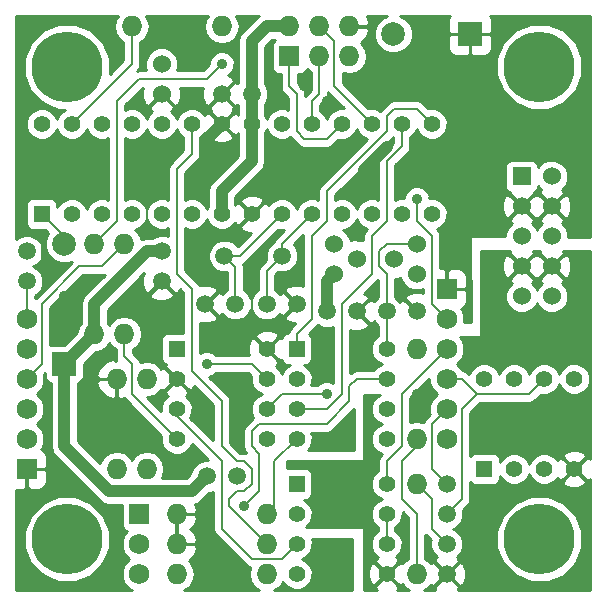
<source format=gtl>
%FSLAX36Y36*%
G04 Gerber Fmt 3.6, Leading zero omitted, Abs format (unit inch)*
G04 Created by KiCad (PCBNEW (2014-jul-16 BZR unknown)-product) date Tue 27 Jan 2015 11:40:33 AM PST*
%MOIN*%
G01*
G04 APERTURE LIST*
%ADD10C,0.003937*%
%ADD11C,0.059100*%
%ADD12C,0.078700*%
%ADD13R,0.078700X0.078700*%
%ADD14C,0.060000*%
%ADD15R,0.068000X0.068000*%
%ADD16C,0.068000*%
%ADD17R,0.060000X0.060000*%
%ADD18O,0.068000X0.068000*%
%ADD19R,0.055000X0.055000*%
%ADD20C,0.055000*%
%ADD21C,0.236220*%
%ADD22C,0.035000*%
%ADD23C,0.040000*%
%ADD24C,0.008000*%
%ADD25C,0.010000*%
G04 APERTURE END LIST*
D10*
D11*
X4000000Y-4850000D03*
X4000000Y-4750000D03*
X4695000Y-4925000D03*
X4595000Y-4925000D03*
X5200000Y-4950000D03*
X5300000Y-4950000D03*
X4800000Y-4925000D03*
X4900000Y-4925000D03*
X5000000Y-4950000D03*
X5100000Y-4950000D03*
D12*
X4125000Y-4725000D03*
D13*
X4125000Y-5125000D03*
D14*
X4450000Y-4125000D03*
X4450000Y-4225000D03*
D15*
X4375000Y-5625000D03*
D16*
X4375000Y-5725000D03*
X4375000Y-5825000D03*
D17*
X5650000Y-4500000D03*
D14*
X5750000Y-4500000D03*
X5650000Y-4600000D03*
X5750000Y-4600000D03*
X5650000Y-4700000D03*
X5750000Y-4700000D03*
X5650000Y-4800000D03*
X5750000Y-4800000D03*
X5650000Y-4900000D03*
X5750000Y-4900000D03*
D15*
X4000000Y-5475000D03*
D16*
X4000000Y-5375000D03*
X4000000Y-5275000D03*
X4000000Y-5175000D03*
X4000000Y-5075000D03*
X4000000Y-4975000D03*
D15*
X4875000Y-4100000D03*
D18*
X4875000Y-4000000D03*
X4975000Y-4100000D03*
X4975000Y-4000000D03*
X5075000Y-4100000D03*
X5075000Y-4000000D03*
D13*
X5478000Y-4025000D03*
D12*
X5222000Y-4025000D03*
D11*
X4658900Y-4765000D03*
X4851100Y-4765000D03*
D19*
X4900000Y-5075000D03*
D20*
X4900000Y-5175000D03*
X4900000Y-5275000D03*
X4900000Y-5375000D03*
X5200000Y-5375000D03*
X5200000Y-5275000D03*
X5200000Y-5175000D03*
X5200000Y-5075000D03*
D11*
X4450000Y-4750000D03*
X4450000Y-4850000D03*
X4750000Y-4225000D03*
X4650000Y-4225000D03*
X5400000Y-5725000D03*
X5400000Y-5825000D03*
X5400000Y-5625000D03*
X5400000Y-5525000D03*
D15*
X5400000Y-4875000D03*
D16*
X5400000Y-4975000D03*
X5400000Y-5075000D03*
X5400000Y-5175000D03*
X5400000Y-5275000D03*
X5400000Y-5375000D03*
D20*
X4150000Y-4625000D03*
X4250000Y-4625000D03*
X4350000Y-4625000D03*
X4450000Y-4625000D03*
X4550000Y-4625000D03*
X4650000Y-4625000D03*
X4750000Y-4625000D03*
X4850000Y-4625000D03*
X4950000Y-4625000D03*
X5050000Y-4625000D03*
X5150000Y-4625000D03*
X5250000Y-4625000D03*
X5350000Y-4625000D03*
D19*
X4050000Y-4625000D03*
D20*
X5350000Y-4325000D03*
X5250000Y-4325000D03*
X5150000Y-4325000D03*
X5050000Y-4325000D03*
X4950000Y-4325000D03*
X4850000Y-4325000D03*
X4750000Y-4325000D03*
X4650000Y-4325000D03*
X4550000Y-4325000D03*
X4450000Y-4325000D03*
X4350000Y-4325000D03*
X4250000Y-4325000D03*
X4150000Y-4325000D03*
X4050000Y-4325000D03*
D19*
X4900000Y-5525000D03*
D20*
X4900000Y-5625000D03*
X4900000Y-5725000D03*
X4900000Y-5825000D03*
X5200000Y-5825000D03*
X5200000Y-5725000D03*
X5200000Y-5625000D03*
X5200000Y-5525000D03*
D19*
X5525000Y-5475000D03*
D20*
X5625000Y-5475000D03*
X5725000Y-5475000D03*
X5825000Y-5475000D03*
X5825000Y-5175000D03*
X5725000Y-5175000D03*
X5625000Y-5175000D03*
X5525000Y-5175000D03*
D14*
X5300000Y-4825000D03*
X5225000Y-4775000D03*
X5300000Y-4725000D03*
D19*
X4500000Y-5075000D03*
D20*
X4500000Y-5175000D03*
X4500000Y-5275000D03*
X4500000Y-5375000D03*
X4800000Y-5375000D03*
X4800000Y-5275000D03*
X4800000Y-5175000D03*
X4800000Y-5075000D03*
D14*
X5025000Y-4725000D03*
X5100000Y-4775000D03*
X5025000Y-4825000D03*
D18*
X4225000Y-4725000D03*
X4225000Y-5025000D03*
X4400000Y-5175000D03*
X4400000Y-5475000D03*
X4325000Y-5025000D03*
X4325000Y-4725000D03*
X4300000Y-5175000D03*
X4300000Y-5475000D03*
X4800000Y-5825000D03*
X4500000Y-5825000D03*
X4500000Y-5725000D03*
X4800000Y-5725000D03*
X4500000Y-5625000D03*
X4800000Y-5625000D03*
X4350000Y-4000000D03*
X4650000Y-4000000D03*
X5300000Y-5825000D03*
X5300000Y-5525000D03*
X5300000Y-5075000D03*
X5300000Y-5375000D03*
D11*
X4600000Y-5500000D03*
X4700000Y-5500000D03*
D21*
X5708661Y-5708661D03*
X4133858Y-5708661D03*
X5708661Y-4133858D03*
X4133858Y-4133858D03*
D22*
X4225000Y-4475000D03*
X4600000Y-4475000D03*
X5125000Y-4500000D03*
X5200958Y-4400958D03*
X5325000Y-4400000D03*
X4925000Y-4475000D03*
X5000000Y-5825000D03*
X4625000Y-5775000D03*
X4425000Y-5400000D03*
X4125000Y-4900000D03*
X4075000Y-4800000D03*
X4000000Y-4525000D03*
X4125000Y-5025000D03*
X4550000Y-4100000D03*
X4450000Y-4025000D03*
X4825000Y-4200000D03*
X5000000Y-4250000D03*
X4925000Y-4200000D03*
X5050000Y-5350000D03*
X5125000Y-5125000D03*
X5000000Y-5050000D03*
X4725000Y-5175000D03*
X4700000Y-5375000D03*
X4575000Y-4825000D03*
X4750000Y-4800000D03*
X4400000Y-4675000D03*
X4400000Y-4475000D03*
X5100000Y-4700000D03*
X5000000Y-5225000D03*
X4600000Y-5125000D03*
X4650000Y-4125000D03*
X5025000Y-5475000D03*
X5125000Y-5525000D03*
X5125000Y-5625000D03*
X5150000Y-5425000D03*
X5300000Y-5225000D03*
X4725000Y-5600000D03*
X5300000Y-4575000D03*
D23*
X4600000Y-4375000D02*
X4650000Y-4325000D01*
X4600000Y-4375000D02*
X4600000Y-4475000D01*
X5125000Y-4500000D02*
X5125000Y-4476917D01*
X5125000Y-4476917D02*
X5200958Y-4400958D01*
D24*
X4500000Y-5725000D02*
X4575000Y-5725000D01*
X4575000Y-5725000D02*
X4625000Y-5775000D01*
X4300000Y-5275000D02*
X4425000Y-5400000D01*
X4300000Y-5175000D02*
X4300000Y-5275000D01*
X4075000Y-4800000D02*
X4050000Y-4775000D01*
X4050000Y-4775000D02*
X4050000Y-4725000D01*
X4050000Y-4725000D02*
X3975000Y-4650000D01*
X3975000Y-4650000D02*
X3975000Y-4550000D01*
X3975000Y-4550000D02*
X4000000Y-4525000D01*
X4125000Y-5025000D02*
X4125000Y-4900000D01*
X5100000Y-4950000D02*
X5150000Y-5000000D01*
X5125000Y-5050000D02*
X5125000Y-5125000D01*
X5150000Y-5025000D02*
X5125000Y-5050000D01*
X5150000Y-5000000D02*
X5150000Y-5025000D01*
D23*
X4700000Y-5200000D02*
X4725000Y-5175000D01*
X4700000Y-5200000D02*
X4700000Y-5375000D01*
D24*
X4800000Y-5075000D02*
X4750000Y-5025000D01*
X4750000Y-5025000D02*
X4750000Y-4800000D01*
X4400000Y-4475000D02*
X4400000Y-4675000D01*
X4000000Y-4975000D02*
X4000000Y-4850000D01*
X4695000Y-4801100D02*
X4658900Y-4765000D01*
X4695000Y-4925000D02*
X4695000Y-4801100D01*
X4710000Y-4765000D02*
X4850000Y-4625000D01*
X4658900Y-4765000D02*
X4710000Y-4765000D01*
X4800000Y-4816100D02*
X4851100Y-4765000D01*
X4800000Y-4925000D02*
X4800000Y-4816100D01*
X4851100Y-4723900D02*
X4950000Y-4625000D01*
X4851100Y-4765000D02*
X4851100Y-4723900D01*
X4750000Y-5775000D02*
X4650000Y-5675000D01*
X4850000Y-5775000D02*
X4750000Y-5775000D01*
X4900000Y-5725000D02*
X4850000Y-5775000D01*
X4650000Y-5450000D02*
X4650000Y-5675000D01*
D23*
X5000000Y-4850000D02*
X5025000Y-4825000D01*
X5000000Y-4950000D02*
X5000000Y-4850000D01*
D24*
X4500000Y-5300000D02*
X4650000Y-5450000D01*
X4500000Y-5275000D02*
X4500000Y-5300000D01*
X5000000Y-5225000D02*
X4850000Y-5225000D01*
X4850000Y-5225000D02*
X4800000Y-5275000D01*
X4600000Y-5125000D02*
X4750000Y-5125000D01*
X4750000Y-5125000D02*
X4800000Y-5175000D01*
X4000000Y-5175000D02*
X4050000Y-5125000D01*
X4250000Y-4800000D02*
X4175000Y-4800000D01*
X4175000Y-4800000D02*
X4050000Y-4925000D01*
X4050000Y-4925000D02*
X4050000Y-5125000D01*
X4325000Y-4725000D02*
X4250000Y-4800000D01*
X5000000Y-4375000D02*
X4925000Y-4375000D01*
X4925000Y-4375000D02*
X4900000Y-4350000D01*
X4900000Y-4350000D02*
X4900000Y-4225000D01*
X4900000Y-4225000D02*
X4875000Y-4200000D01*
X4875000Y-4200000D02*
X4875000Y-4100000D01*
X5050000Y-4325000D02*
X5000000Y-4375000D01*
X4950000Y-4250000D02*
X4975000Y-4225000D01*
X4975000Y-4225000D02*
X4975000Y-4100000D01*
X4950000Y-4325000D02*
X4950000Y-4250000D01*
X5025000Y-4200000D02*
X5025000Y-4050000D01*
X5025000Y-4050000D02*
X4975000Y-4000000D01*
X5150000Y-4325000D02*
X5025000Y-4200000D01*
X4350000Y-5225000D02*
X4350000Y-5125000D01*
X4350000Y-5125000D02*
X4325000Y-5100000D01*
X4325000Y-5100000D02*
X4325000Y-5025000D01*
X4500000Y-5375000D02*
X4350000Y-5225000D01*
X4125000Y-4700000D02*
X4050000Y-4625000D01*
X4125000Y-4725000D02*
X4125000Y-4700000D01*
X4300000Y-4650000D02*
X4300000Y-4250000D01*
X4300000Y-4250000D02*
X4375000Y-4175000D01*
X4225000Y-4725000D02*
X4300000Y-4650000D01*
X4650000Y-4125000D02*
X4600000Y-4175000D01*
X4600000Y-4175000D02*
X4375000Y-4175000D01*
X5200000Y-4850000D02*
X5200000Y-4825000D01*
X5200000Y-4825000D02*
X5175000Y-4800000D01*
X5175000Y-4800000D02*
X5175000Y-4750000D01*
X5175000Y-4750000D02*
X5200000Y-4725000D01*
X5200000Y-4725000D02*
X5300000Y-4725000D01*
X5200000Y-4950000D02*
X5200000Y-4850000D01*
X5200000Y-5075000D02*
X5200000Y-4950000D01*
D23*
X4750000Y-4050000D02*
X4750000Y-4225000D01*
X4800000Y-4000000D02*
X4750000Y-4050000D01*
X4875000Y-4000000D02*
X4800000Y-4000000D01*
X4225000Y-4925000D02*
X4400000Y-4750000D01*
X4400000Y-4750000D02*
X4450000Y-4750000D01*
X4225000Y-5025000D02*
X4225000Y-4925000D01*
X4125000Y-5125000D02*
X4225000Y-5025000D01*
X4550000Y-5550000D02*
X4275000Y-5550000D01*
X4275000Y-5550000D02*
X4125000Y-5400000D01*
X4125000Y-5400000D02*
X4125000Y-5125000D01*
X4600000Y-5500000D02*
X4550000Y-5550000D01*
X4650000Y-4550000D02*
X4750000Y-4450000D01*
X4750000Y-4450000D02*
X4750000Y-4325000D01*
X4650000Y-4625000D02*
X4650000Y-4550000D01*
X4750000Y-4325000D02*
X4750000Y-4225000D01*
D24*
X5350000Y-5575000D02*
X5350000Y-5675000D01*
X5350000Y-5675000D02*
X5400000Y-5725000D01*
X5300000Y-5525000D02*
X5350000Y-5575000D01*
X5125000Y-5525000D02*
X5125000Y-5450000D01*
X5200000Y-5825000D02*
X5125000Y-5750000D01*
X5125000Y-5750000D02*
X5125000Y-5625000D01*
X5125000Y-5525000D02*
X5125000Y-5625000D01*
X5125000Y-5450000D02*
X5150000Y-5425000D01*
X5675000Y-5225000D02*
X5725000Y-5175000D01*
X5500000Y-5225000D02*
X5675000Y-5225000D01*
X5450000Y-5575000D02*
X5400000Y-5625000D01*
X5450000Y-5275000D02*
X5450000Y-5575000D01*
X5450000Y-5175000D02*
X5500000Y-5225000D01*
X5400000Y-5175000D02*
X5450000Y-5175000D01*
X5500000Y-5225000D02*
X5450000Y-5275000D01*
X5350000Y-5475000D02*
X5350000Y-5325000D01*
X5350000Y-5325000D02*
X5400000Y-5275000D01*
X5400000Y-5525000D02*
X5350000Y-5475000D01*
X4650000Y-5250000D02*
X4550000Y-5150000D01*
X4550000Y-5150000D02*
X4550000Y-4875000D01*
X4550000Y-4875000D02*
X4500000Y-4825000D01*
X4500000Y-4825000D02*
X4500000Y-4475000D01*
X4500000Y-4475000D02*
X4550000Y-4425000D01*
X4550000Y-4425000D02*
X4550000Y-4325000D01*
X4750000Y-5475000D02*
X4725000Y-5450000D01*
X4750000Y-5525000D02*
X4750000Y-5475000D01*
X4725000Y-5550000D02*
X4750000Y-5525000D01*
X4700000Y-5550000D02*
X4725000Y-5550000D01*
X4675000Y-5575000D02*
X4700000Y-5550000D01*
X4800000Y-5725000D02*
X4675000Y-5600000D01*
X4675000Y-5600000D02*
X4675000Y-5575000D01*
X4650000Y-5400000D02*
X4700000Y-5450000D01*
X4700000Y-5450000D02*
X4725000Y-5450000D01*
X4650000Y-5250000D02*
X4650000Y-5400000D01*
X4775000Y-5425000D02*
X4750000Y-5400000D01*
X4775000Y-5550000D02*
X4775000Y-5425000D01*
X4750000Y-5350000D02*
X4750000Y-5400000D01*
X4775000Y-5325000D02*
X4750000Y-5350000D01*
X4725000Y-5600000D02*
X4775000Y-5550000D01*
X5100000Y-5175000D02*
X5075000Y-5200000D01*
X5075000Y-5200000D02*
X5075000Y-5250000D01*
X5075000Y-5250000D02*
X5000000Y-5325000D01*
X5000000Y-5325000D02*
X4775000Y-5325000D01*
X5200000Y-5175000D02*
X5100000Y-5175000D01*
X5350000Y-4925000D02*
X5350000Y-4700000D01*
X5350000Y-4700000D02*
X5300000Y-4650000D01*
X5300000Y-4650000D02*
X5300000Y-4575000D01*
X5400000Y-4975000D02*
X5350000Y-4925000D01*
X5250000Y-5400000D02*
X5250000Y-5225000D01*
X5250000Y-5225000D02*
X5400000Y-5075000D01*
X5200000Y-5450000D02*
X5250000Y-5400000D01*
X5200000Y-5525000D02*
X5200000Y-5450000D01*
X4825000Y-5450000D02*
X4900000Y-5375000D01*
X4825000Y-5600000D02*
X4825000Y-5450000D01*
X4800000Y-5625000D02*
X4825000Y-5600000D01*
X4350000Y-4125000D02*
X4350000Y-4000000D01*
X4150000Y-4325000D02*
X4350000Y-4125000D01*
X5250000Y-5450000D02*
X5250000Y-5575000D01*
X5250000Y-5575000D02*
X5300000Y-5625000D01*
X5300000Y-5625000D02*
X5300000Y-5825000D01*
X5300000Y-5400000D02*
X5250000Y-5450000D01*
X5300000Y-5375000D02*
X5300000Y-5400000D01*
X4900000Y-5025000D02*
X4950000Y-4975000D01*
X4950000Y-4975000D02*
X4950000Y-4700000D01*
X4950000Y-4700000D02*
X5000000Y-4650000D01*
X5000000Y-4650000D02*
X5000000Y-4550000D01*
X5000000Y-4550000D02*
X5200000Y-4350000D01*
X5200000Y-4350000D02*
X5200000Y-4300000D01*
X5200000Y-4300000D02*
X5225000Y-4275000D01*
X5225000Y-4275000D02*
X5300000Y-4275000D01*
X5300000Y-4275000D02*
X5350000Y-4325000D01*
X4900000Y-5075000D02*
X4900000Y-5025000D01*
X5000000Y-5275000D02*
X5050000Y-5225000D01*
X5050000Y-5225000D02*
X5050000Y-4925000D01*
X5050000Y-4925000D02*
X5150000Y-4825000D01*
X5150000Y-4825000D02*
X5150000Y-4700000D01*
X5150000Y-4700000D02*
X5200000Y-4650000D01*
X5200000Y-4650000D02*
X5200000Y-4450000D01*
X5200000Y-4450000D02*
X5250000Y-4400000D01*
X5250000Y-4400000D02*
X5250000Y-4325000D01*
X4900000Y-5275000D02*
X5000000Y-5275000D01*
X5200000Y-5625000D02*
X5200000Y-5725000D01*
D25*
G36*
X5274247Y-5878543D02*
X5234536Y-5878543D01*
X5236643Y-5877136D01*
X5238159Y-5864573D01*
X5200000Y-5826414D01*
X5198586Y-5827828D01*
X5198586Y-5825000D01*
X5160427Y-5786841D01*
X5147864Y-5788357D01*
X5137810Y-5811098D01*
X5137224Y-5835955D01*
X5146195Y-5859145D01*
X5147864Y-5861643D01*
X5160427Y-5863159D01*
X5198586Y-5825000D01*
X5198586Y-5827828D01*
X5161841Y-5864573D01*
X5163357Y-5877136D01*
X5166541Y-5878543D01*
X5123458Y-5878543D01*
X5123102Y-5670015D01*
X4929813Y-5669421D01*
X4944481Y-5654778D01*
X4952491Y-5635489D01*
X4952509Y-5614603D01*
X4944533Y-5595300D01*
X4929778Y-5580519D01*
X4922508Y-5577500D01*
X4932473Y-5577500D01*
X4941661Y-5573694D01*
X4948694Y-5566661D01*
X4952500Y-5557473D01*
X4952500Y-5547527D01*
X4952500Y-5492527D01*
X4948694Y-5483339D01*
X4941661Y-5476306D01*
X4932473Y-5472500D01*
X4922527Y-5472500D01*
X4867527Y-5472500D01*
X4867205Y-5472634D01*
X4867205Y-5448807D01*
X4868296Y-5447717D01*
X5123101Y-5447717D01*
X5123495Y-5226850D01*
X5179052Y-5226850D01*
X5170300Y-5230467D01*
X5155519Y-5245222D01*
X5147509Y-5264511D01*
X5147491Y-5285397D01*
X5155467Y-5304700D01*
X5170222Y-5319481D01*
X5183521Y-5325004D01*
X5170300Y-5330467D01*
X5155519Y-5345222D01*
X5147509Y-5364511D01*
X5147491Y-5385397D01*
X5155467Y-5404700D01*
X5170222Y-5419481D01*
X5183848Y-5425139D01*
X5179494Y-5429494D01*
X5173207Y-5438902D01*
X5171000Y-5450000D01*
X5171000Y-5480177D01*
X5170300Y-5480467D01*
X5155519Y-5495222D01*
X5147509Y-5514511D01*
X5147491Y-5535397D01*
X5155467Y-5554700D01*
X5170222Y-5569481D01*
X5183521Y-5575004D01*
X5170300Y-5580467D01*
X5155519Y-5595222D01*
X5147509Y-5614511D01*
X5147491Y-5635397D01*
X5155467Y-5654700D01*
X5170222Y-5669481D01*
X5171000Y-5669804D01*
X5171000Y-5680177D01*
X5170300Y-5680467D01*
X5155519Y-5695222D01*
X5147509Y-5714511D01*
X5147491Y-5735397D01*
X5155467Y-5754700D01*
X5170222Y-5769481D01*
X5170253Y-5769494D01*
X5165855Y-5771195D01*
X5163357Y-5772864D01*
X5161841Y-5785427D01*
X5200000Y-5823586D01*
X5238159Y-5785427D01*
X5236643Y-5772864D01*
X5229394Y-5769660D01*
X5229700Y-5769533D01*
X5244481Y-5754778D01*
X5252491Y-5735489D01*
X5252509Y-5714603D01*
X5244533Y-5695300D01*
X5229778Y-5680519D01*
X5229000Y-5680196D01*
X5229000Y-5669823D01*
X5229700Y-5669533D01*
X5244481Y-5654778D01*
X5252491Y-5635489D01*
X5252506Y-5618518D01*
X5271000Y-5637012D01*
X5271000Y-5773626D01*
X5258281Y-5782125D01*
X5253126Y-5789839D01*
X5252136Y-5788357D01*
X5239573Y-5786841D01*
X5201414Y-5825000D01*
X5239573Y-5863159D01*
X5252136Y-5861643D01*
X5252924Y-5859859D01*
X5258281Y-5867875D01*
X5274247Y-5878543D01*
X5274247Y-5878543D01*
G37*
X5274247Y-5878543D02*
X5234536Y-5878543D01*
X5236643Y-5877136D01*
X5238159Y-5864573D01*
X5200000Y-5826414D01*
X5198586Y-5827828D01*
X5198586Y-5825000D01*
X5160427Y-5786841D01*
X5147864Y-5788357D01*
X5137810Y-5811098D01*
X5137224Y-5835955D01*
X5146195Y-5859145D01*
X5147864Y-5861643D01*
X5160427Y-5863159D01*
X5198586Y-5825000D01*
X5198586Y-5827828D01*
X5161841Y-5864573D01*
X5163357Y-5877136D01*
X5166541Y-5878543D01*
X5123458Y-5878543D01*
X5123102Y-5670015D01*
X4929813Y-5669421D01*
X4944481Y-5654778D01*
X4952491Y-5635489D01*
X4952509Y-5614603D01*
X4944533Y-5595300D01*
X4929778Y-5580519D01*
X4922508Y-5577500D01*
X4932473Y-5577500D01*
X4941661Y-5573694D01*
X4948694Y-5566661D01*
X4952500Y-5557473D01*
X4952500Y-5547527D01*
X4952500Y-5492527D01*
X4948694Y-5483339D01*
X4941661Y-5476306D01*
X4932473Y-5472500D01*
X4922527Y-5472500D01*
X4867527Y-5472500D01*
X4867205Y-5472634D01*
X4867205Y-5448807D01*
X4868296Y-5447717D01*
X5123101Y-5447717D01*
X5123495Y-5226850D01*
X5179052Y-5226850D01*
X5170300Y-5230467D01*
X5155519Y-5245222D01*
X5147509Y-5264511D01*
X5147491Y-5285397D01*
X5155467Y-5304700D01*
X5170222Y-5319481D01*
X5183521Y-5325004D01*
X5170300Y-5330467D01*
X5155519Y-5345222D01*
X5147509Y-5364511D01*
X5147491Y-5385397D01*
X5155467Y-5404700D01*
X5170222Y-5419481D01*
X5183848Y-5425139D01*
X5179494Y-5429494D01*
X5173207Y-5438902D01*
X5171000Y-5450000D01*
X5171000Y-5480177D01*
X5170300Y-5480467D01*
X5155519Y-5495222D01*
X5147509Y-5514511D01*
X5147491Y-5535397D01*
X5155467Y-5554700D01*
X5170222Y-5569481D01*
X5183521Y-5575004D01*
X5170300Y-5580467D01*
X5155519Y-5595222D01*
X5147509Y-5614511D01*
X5147491Y-5635397D01*
X5155467Y-5654700D01*
X5170222Y-5669481D01*
X5171000Y-5669804D01*
X5171000Y-5680177D01*
X5170300Y-5680467D01*
X5155519Y-5695222D01*
X5147509Y-5714511D01*
X5147491Y-5735397D01*
X5155467Y-5754700D01*
X5170222Y-5769481D01*
X5170253Y-5769494D01*
X5165855Y-5771195D01*
X5163357Y-5772864D01*
X5161841Y-5785427D01*
X5200000Y-5823586D01*
X5238159Y-5785427D01*
X5236643Y-5772864D01*
X5229394Y-5769660D01*
X5229700Y-5769533D01*
X5244481Y-5754778D01*
X5252491Y-5735489D01*
X5252509Y-5714603D01*
X5244533Y-5695300D01*
X5229778Y-5680519D01*
X5229000Y-5680196D01*
X5229000Y-5669823D01*
X5229700Y-5669533D01*
X5244481Y-5654778D01*
X5252491Y-5635489D01*
X5252506Y-5618518D01*
X5271000Y-5637012D01*
X5271000Y-5773626D01*
X5258281Y-5782125D01*
X5253126Y-5789839D01*
X5252136Y-5788357D01*
X5239573Y-5786841D01*
X5201414Y-5825000D01*
X5239573Y-5863159D01*
X5252136Y-5861643D01*
X5252924Y-5859859D01*
X5258281Y-5867875D01*
X5274247Y-5878543D01*
G36*
X5301787Y-5076000D02*
X5301000Y-5076000D01*
X5301000Y-5076787D01*
X5299000Y-5076787D01*
X5299000Y-5076000D01*
X5298213Y-5076000D01*
X5298213Y-5074000D01*
X5299000Y-5074000D01*
X5299000Y-5073213D01*
X5301000Y-5073213D01*
X5301000Y-5074000D01*
X5301787Y-5074000D01*
X5301787Y-5076000D01*
X5301787Y-5076000D01*
G37*
X5301787Y-5076000D02*
X5301000Y-5076000D01*
X5301000Y-5076787D01*
X5299000Y-5076787D01*
X5299000Y-5076000D01*
X5298213Y-5076000D01*
X5298213Y-5074000D01*
X5299000Y-5074000D01*
X5299000Y-5073213D01*
X5301000Y-5073213D01*
X5301000Y-5074000D01*
X5301787Y-5074000D01*
X5301787Y-5076000D01*
G36*
X5366572Y-5225004D02*
X5350011Y-5241536D01*
X5341010Y-5263213D01*
X5340990Y-5286684D01*
X5342836Y-5291152D01*
X5329494Y-5304494D01*
X5323207Y-5313902D01*
X5322144Y-5319249D01*
X5300000Y-5314844D01*
X5279000Y-5319021D01*
X5279000Y-5237012D01*
X5341000Y-5175012D01*
X5340990Y-5186684D01*
X5349953Y-5208377D01*
X5366536Y-5224989D01*
X5366572Y-5225004D01*
X5366572Y-5225004D01*
G37*
X5366572Y-5225004D02*
X5350011Y-5241536D01*
X5341010Y-5263213D01*
X5340990Y-5286684D01*
X5342836Y-5291152D01*
X5329494Y-5304494D01*
X5323207Y-5313902D01*
X5322144Y-5319249D01*
X5300000Y-5314844D01*
X5279000Y-5319021D01*
X5279000Y-5237012D01*
X5341000Y-5175012D01*
X5340990Y-5186684D01*
X5349953Y-5208377D01*
X5366536Y-5224989D01*
X5366572Y-5225004D01*
G36*
X5401971Y-5375557D02*
X5400557Y-5376971D01*
X5400000Y-5376414D01*
X5399443Y-5376971D01*
X5398029Y-5375557D01*
X5398586Y-5375000D01*
X5398029Y-5374443D01*
X5399443Y-5373029D01*
X5400000Y-5373586D01*
X5400557Y-5373029D01*
X5401971Y-5374443D01*
X5401414Y-5375000D01*
X5401971Y-5375557D01*
X5401971Y-5375557D01*
G37*
X5401971Y-5375557D02*
X5400557Y-5376971D01*
X5400000Y-5376414D01*
X5399443Y-5376971D01*
X5398029Y-5375557D01*
X5398586Y-5375000D01*
X5398029Y-5374443D01*
X5399443Y-5373029D01*
X5400000Y-5373586D01*
X5400557Y-5373029D01*
X5401971Y-5374443D01*
X5401414Y-5375000D01*
X5401971Y-5375557D01*
G36*
X5878543Y-5878543D02*
X5863159Y-5878543D01*
X5863159Y-5514573D01*
X5825000Y-5476414D01*
X5786841Y-5514573D01*
X5788357Y-5527136D01*
X5811098Y-5537190D01*
X5835955Y-5537776D01*
X5859145Y-5528805D01*
X5861643Y-5527136D01*
X5863159Y-5514573D01*
X5863159Y-5878543D01*
X5851796Y-5878543D01*
X5851796Y-5680320D01*
X5830055Y-5627702D01*
X5789833Y-5587409D01*
X5737253Y-5565576D01*
X5680320Y-5565526D01*
X5627702Y-5587268D01*
X5587409Y-5627490D01*
X5565576Y-5680070D01*
X5565526Y-5737003D01*
X5587268Y-5789621D01*
X5627490Y-5829914D01*
X5680070Y-5851747D01*
X5737003Y-5851796D01*
X5789621Y-5830055D01*
X5829914Y-5789833D01*
X5851747Y-5737253D01*
X5851796Y-5680320D01*
X5851796Y-5878543D01*
X5464840Y-5878543D01*
X5464840Y-5813718D01*
X5455587Y-5789763D01*
X5453827Y-5787129D01*
X5441052Y-5785363D01*
X5401414Y-5825000D01*
X5441052Y-5864637D01*
X5453827Y-5862871D01*
X5464222Y-5839390D01*
X5464840Y-5813718D01*
X5464840Y-5878543D01*
X5437911Y-5878543D01*
X5439637Y-5866052D01*
X5400000Y-5826414D01*
X5360363Y-5866052D01*
X5362089Y-5878543D01*
X5325753Y-5878543D01*
X5341719Y-5867875D01*
X5345618Y-5862040D01*
X5346173Y-5862871D01*
X5358948Y-5864637D01*
X5398586Y-5825000D01*
X5358948Y-5785363D01*
X5346173Y-5787129D01*
X5345731Y-5788128D01*
X5341719Y-5782125D01*
X5329000Y-5773626D01*
X5329000Y-5694767D01*
X5329494Y-5695506D01*
X5346231Y-5712243D01*
X5345459Y-5714102D01*
X5345441Y-5735803D01*
X5353728Y-5755860D01*
X5366563Y-5768718D01*
X5364763Y-5769413D01*
X5362129Y-5771173D01*
X5360363Y-5783948D01*
X5400000Y-5823586D01*
X5439637Y-5783948D01*
X5437871Y-5771173D01*
X5433083Y-5769053D01*
X5446218Y-5755940D01*
X5454541Y-5735898D01*
X5454559Y-5714197D01*
X5446272Y-5694140D01*
X5430940Y-5678782D01*
X5421835Y-5675001D01*
X5430860Y-5671272D01*
X5446218Y-5655940D01*
X5454541Y-5635898D01*
X5454559Y-5614197D01*
X5453757Y-5612255D01*
X5470506Y-5595506D01*
X5476793Y-5586098D01*
X5479000Y-5575000D01*
X5479000Y-5519355D01*
X5483339Y-5523694D01*
X5492527Y-5527500D01*
X5502473Y-5527500D01*
X5557473Y-5527500D01*
X5566661Y-5523694D01*
X5573694Y-5516661D01*
X5577500Y-5507473D01*
X5577500Y-5497527D01*
X5577500Y-5497520D01*
X5580467Y-5504700D01*
X5595222Y-5519481D01*
X5614511Y-5527491D01*
X5635397Y-5527509D01*
X5654700Y-5519533D01*
X5669481Y-5504778D01*
X5675004Y-5491478D01*
X5680467Y-5504700D01*
X5695222Y-5519481D01*
X5714511Y-5527491D01*
X5735397Y-5527509D01*
X5754700Y-5519533D01*
X5769481Y-5504778D01*
X5769494Y-5504747D01*
X5771195Y-5509145D01*
X5772864Y-5511643D01*
X5785427Y-5513159D01*
X5823586Y-5475000D01*
X5785427Y-5436841D01*
X5772864Y-5438357D01*
X5769660Y-5445606D01*
X5769533Y-5445300D01*
X5754778Y-5430519D01*
X5735489Y-5422509D01*
X5714603Y-5422491D01*
X5695300Y-5430467D01*
X5680519Y-5445222D01*
X5674996Y-5458521D01*
X5669533Y-5445300D01*
X5654778Y-5430519D01*
X5635489Y-5422509D01*
X5614603Y-5422491D01*
X5595300Y-5430467D01*
X5580519Y-5445222D01*
X5577500Y-5452492D01*
X5577500Y-5442527D01*
X5573694Y-5433339D01*
X5566661Y-5426306D01*
X5557473Y-5422500D01*
X5547527Y-5422500D01*
X5492527Y-5422500D01*
X5483339Y-5426306D01*
X5479000Y-5430645D01*
X5479000Y-5287012D01*
X5512012Y-5254000D01*
X5675000Y-5254000D01*
X5686098Y-5251793D01*
X5695506Y-5245506D01*
X5713812Y-5227200D01*
X5714511Y-5227491D01*
X5735397Y-5227509D01*
X5754700Y-5219533D01*
X5769481Y-5204778D01*
X5775004Y-5191478D01*
X5780467Y-5204700D01*
X5795222Y-5219481D01*
X5814511Y-5227491D01*
X5835397Y-5227509D01*
X5854700Y-5219533D01*
X5869481Y-5204778D01*
X5877491Y-5185489D01*
X5877509Y-5164603D01*
X5869533Y-5145300D01*
X5854778Y-5130519D01*
X5835489Y-5122509D01*
X5815294Y-5122491D01*
X5815294Y-4788646D01*
X5805978Y-4764524D01*
X5804198Y-4761859D01*
X5791376Y-4760038D01*
X5751414Y-4800000D01*
X5791376Y-4839962D01*
X5804198Y-4838141D01*
X5814668Y-4814497D01*
X5815294Y-4788646D01*
X5815294Y-5122491D01*
X5814603Y-5122491D01*
X5805010Y-5126455D01*
X5805010Y-4889108D01*
X5796654Y-4868886D01*
X5784244Y-4856454D01*
X5785476Y-4855978D01*
X5788141Y-4854198D01*
X5789962Y-4841376D01*
X5750000Y-4801414D01*
X5748586Y-4802828D01*
X5748586Y-4800000D01*
X5708624Y-4760038D01*
X5700000Y-4761263D01*
X5691376Y-4760038D01*
X5651414Y-4800000D01*
X5691376Y-4839962D01*
X5700000Y-4838737D01*
X5708624Y-4839962D01*
X5748586Y-4800000D01*
X5748586Y-4802828D01*
X5710038Y-4841376D01*
X5711859Y-4854198D01*
X5716135Y-4856092D01*
X5703400Y-4868804D01*
X5700002Y-4876989D01*
X5696654Y-4868886D01*
X5684244Y-4856454D01*
X5685476Y-4855978D01*
X5688141Y-4854198D01*
X5689962Y-4841376D01*
X5650000Y-4801414D01*
X5648586Y-4802828D01*
X5648586Y-4800000D01*
X5608624Y-4760038D01*
X5595802Y-4761859D01*
X5585332Y-4785503D01*
X5584706Y-4811354D01*
X5594022Y-4835476D01*
X5595802Y-4838141D01*
X5608624Y-4839962D01*
X5648586Y-4800000D01*
X5648586Y-4802828D01*
X5610038Y-4841376D01*
X5611859Y-4854198D01*
X5616135Y-4856092D01*
X5603400Y-4868804D01*
X5595010Y-4889012D01*
X5594990Y-4910892D01*
X5603346Y-4931114D01*
X5618804Y-4946600D01*
X5639012Y-4954990D01*
X5660892Y-4955010D01*
X5681114Y-4946654D01*
X5696600Y-4931196D01*
X5699998Y-4923011D01*
X5703346Y-4931114D01*
X5718804Y-4946600D01*
X5739012Y-4954990D01*
X5760892Y-4955010D01*
X5781114Y-4946654D01*
X5796600Y-4931196D01*
X5804990Y-4910988D01*
X5805010Y-4889108D01*
X5805010Y-5126455D01*
X5795300Y-5130467D01*
X5780519Y-5145222D01*
X5774996Y-5158521D01*
X5769533Y-5145300D01*
X5754778Y-5130519D01*
X5735489Y-5122509D01*
X5714603Y-5122491D01*
X5695300Y-5130467D01*
X5680519Y-5145222D01*
X5674996Y-5158521D01*
X5669533Y-5145300D01*
X5654778Y-5130519D01*
X5635489Y-5122509D01*
X5614603Y-5122491D01*
X5595300Y-5130467D01*
X5580519Y-5145222D01*
X5574996Y-5158521D01*
X5569533Y-5145300D01*
X5554778Y-5130519D01*
X5535489Y-5122509D01*
X5514603Y-5122491D01*
X5495300Y-5130467D01*
X5480519Y-5145222D01*
X5474861Y-5158848D01*
X5470506Y-5154494D01*
X5461098Y-5148207D01*
X5452022Y-5146402D01*
X5450047Y-5141623D01*
X5433464Y-5125011D01*
X5433428Y-5124996D01*
X5449989Y-5108464D01*
X5458990Y-5086787D01*
X5459010Y-5063316D01*
X5450047Y-5041623D01*
X5443257Y-5034821D01*
X5512874Y-5034717D01*
X5512874Y-4748898D01*
X5611419Y-4748898D01*
X5610038Y-4758624D01*
X5650000Y-4798586D01*
X5689962Y-4758624D01*
X5688581Y-4748898D01*
X5711419Y-4748898D01*
X5710038Y-4758624D01*
X5750000Y-4798586D01*
X5789962Y-4758624D01*
X5788581Y-4748898D01*
X5878543Y-4748898D01*
X5878543Y-5440464D01*
X5877136Y-5438357D01*
X5864573Y-5436841D01*
X5863159Y-5438255D01*
X5863159Y-5435427D01*
X5861643Y-5422864D01*
X5838902Y-5412810D01*
X5814045Y-5412224D01*
X5790855Y-5421195D01*
X5788357Y-5422864D01*
X5786841Y-5435427D01*
X5825000Y-5473586D01*
X5863159Y-5435427D01*
X5863159Y-5438255D01*
X5826414Y-5475000D01*
X5864573Y-5513159D01*
X5877136Y-5511643D01*
X5878543Y-5508459D01*
X5878543Y-5878543D01*
X5878543Y-5878543D01*
G37*
X5878543Y-5878543D02*
X5863159Y-5878543D01*
X5863159Y-5514573D01*
X5825000Y-5476414D01*
X5786841Y-5514573D01*
X5788357Y-5527136D01*
X5811098Y-5537190D01*
X5835955Y-5537776D01*
X5859145Y-5528805D01*
X5861643Y-5527136D01*
X5863159Y-5514573D01*
X5863159Y-5878543D01*
X5851796Y-5878543D01*
X5851796Y-5680320D01*
X5830055Y-5627702D01*
X5789833Y-5587409D01*
X5737253Y-5565576D01*
X5680320Y-5565526D01*
X5627702Y-5587268D01*
X5587409Y-5627490D01*
X5565576Y-5680070D01*
X5565526Y-5737003D01*
X5587268Y-5789621D01*
X5627490Y-5829914D01*
X5680070Y-5851747D01*
X5737003Y-5851796D01*
X5789621Y-5830055D01*
X5829914Y-5789833D01*
X5851747Y-5737253D01*
X5851796Y-5680320D01*
X5851796Y-5878543D01*
X5464840Y-5878543D01*
X5464840Y-5813718D01*
X5455587Y-5789763D01*
X5453827Y-5787129D01*
X5441052Y-5785363D01*
X5401414Y-5825000D01*
X5441052Y-5864637D01*
X5453827Y-5862871D01*
X5464222Y-5839390D01*
X5464840Y-5813718D01*
X5464840Y-5878543D01*
X5437911Y-5878543D01*
X5439637Y-5866052D01*
X5400000Y-5826414D01*
X5360363Y-5866052D01*
X5362089Y-5878543D01*
X5325753Y-5878543D01*
X5341719Y-5867875D01*
X5345618Y-5862040D01*
X5346173Y-5862871D01*
X5358948Y-5864637D01*
X5398586Y-5825000D01*
X5358948Y-5785363D01*
X5346173Y-5787129D01*
X5345731Y-5788128D01*
X5341719Y-5782125D01*
X5329000Y-5773626D01*
X5329000Y-5694767D01*
X5329494Y-5695506D01*
X5346231Y-5712243D01*
X5345459Y-5714102D01*
X5345441Y-5735803D01*
X5353728Y-5755860D01*
X5366563Y-5768718D01*
X5364763Y-5769413D01*
X5362129Y-5771173D01*
X5360363Y-5783948D01*
X5400000Y-5823586D01*
X5439637Y-5783948D01*
X5437871Y-5771173D01*
X5433083Y-5769053D01*
X5446218Y-5755940D01*
X5454541Y-5735898D01*
X5454559Y-5714197D01*
X5446272Y-5694140D01*
X5430940Y-5678782D01*
X5421835Y-5675001D01*
X5430860Y-5671272D01*
X5446218Y-5655940D01*
X5454541Y-5635898D01*
X5454559Y-5614197D01*
X5453757Y-5612255D01*
X5470506Y-5595506D01*
X5476793Y-5586098D01*
X5479000Y-5575000D01*
X5479000Y-5519355D01*
X5483339Y-5523694D01*
X5492527Y-5527500D01*
X5502473Y-5527500D01*
X5557473Y-5527500D01*
X5566661Y-5523694D01*
X5573694Y-5516661D01*
X5577500Y-5507473D01*
X5577500Y-5497527D01*
X5577500Y-5497520D01*
X5580467Y-5504700D01*
X5595222Y-5519481D01*
X5614511Y-5527491D01*
X5635397Y-5527509D01*
X5654700Y-5519533D01*
X5669481Y-5504778D01*
X5675004Y-5491478D01*
X5680467Y-5504700D01*
X5695222Y-5519481D01*
X5714511Y-5527491D01*
X5735397Y-5527509D01*
X5754700Y-5519533D01*
X5769481Y-5504778D01*
X5769494Y-5504747D01*
X5771195Y-5509145D01*
X5772864Y-5511643D01*
X5785427Y-5513159D01*
X5823586Y-5475000D01*
X5785427Y-5436841D01*
X5772864Y-5438357D01*
X5769660Y-5445606D01*
X5769533Y-5445300D01*
X5754778Y-5430519D01*
X5735489Y-5422509D01*
X5714603Y-5422491D01*
X5695300Y-5430467D01*
X5680519Y-5445222D01*
X5674996Y-5458521D01*
X5669533Y-5445300D01*
X5654778Y-5430519D01*
X5635489Y-5422509D01*
X5614603Y-5422491D01*
X5595300Y-5430467D01*
X5580519Y-5445222D01*
X5577500Y-5452492D01*
X5577500Y-5442527D01*
X5573694Y-5433339D01*
X5566661Y-5426306D01*
X5557473Y-5422500D01*
X5547527Y-5422500D01*
X5492527Y-5422500D01*
X5483339Y-5426306D01*
X5479000Y-5430645D01*
X5479000Y-5287012D01*
X5512012Y-5254000D01*
X5675000Y-5254000D01*
X5686098Y-5251793D01*
X5695506Y-5245506D01*
X5713812Y-5227200D01*
X5714511Y-5227491D01*
X5735397Y-5227509D01*
X5754700Y-5219533D01*
X5769481Y-5204778D01*
X5775004Y-5191478D01*
X5780467Y-5204700D01*
X5795222Y-5219481D01*
X5814511Y-5227491D01*
X5835397Y-5227509D01*
X5854700Y-5219533D01*
X5869481Y-5204778D01*
X5877491Y-5185489D01*
X5877509Y-5164603D01*
X5869533Y-5145300D01*
X5854778Y-5130519D01*
X5835489Y-5122509D01*
X5815294Y-5122491D01*
X5815294Y-4788646D01*
X5805978Y-4764524D01*
X5804198Y-4761859D01*
X5791376Y-4760038D01*
X5751414Y-4800000D01*
X5791376Y-4839962D01*
X5804198Y-4838141D01*
X5814668Y-4814497D01*
X5815294Y-4788646D01*
X5815294Y-5122491D01*
X5814603Y-5122491D01*
X5805010Y-5126455D01*
X5805010Y-4889108D01*
X5796654Y-4868886D01*
X5784244Y-4856454D01*
X5785476Y-4855978D01*
X5788141Y-4854198D01*
X5789962Y-4841376D01*
X5750000Y-4801414D01*
X5748586Y-4802828D01*
X5748586Y-4800000D01*
X5708624Y-4760038D01*
X5700000Y-4761263D01*
X5691376Y-4760038D01*
X5651414Y-4800000D01*
X5691376Y-4839962D01*
X5700000Y-4838737D01*
X5708624Y-4839962D01*
X5748586Y-4800000D01*
X5748586Y-4802828D01*
X5710038Y-4841376D01*
X5711859Y-4854198D01*
X5716135Y-4856092D01*
X5703400Y-4868804D01*
X5700002Y-4876989D01*
X5696654Y-4868886D01*
X5684244Y-4856454D01*
X5685476Y-4855978D01*
X5688141Y-4854198D01*
X5689962Y-4841376D01*
X5650000Y-4801414D01*
X5648586Y-4802828D01*
X5648586Y-4800000D01*
X5608624Y-4760038D01*
X5595802Y-4761859D01*
X5585332Y-4785503D01*
X5584706Y-4811354D01*
X5594022Y-4835476D01*
X5595802Y-4838141D01*
X5608624Y-4839962D01*
X5648586Y-4800000D01*
X5648586Y-4802828D01*
X5610038Y-4841376D01*
X5611859Y-4854198D01*
X5616135Y-4856092D01*
X5603400Y-4868804D01*
X5595010Y-4889012D01*
X5594990Y-4910892D01*
X5603346Y-4931114D01*
X5618804Y-4946600D01*
X5639012Y-4954990D01*
X5660892Y-4955010D01*
X5681114Y-4946654D01*
X5696600Y-4931196D01*
X5699998Y-4923011D01*
X5703346Y-4931114D01*
X5718804Y-4946600D01*
X5739012Y-4954990D01*
X5760892Y-4955010D01*
X5781114Y-4946654D01*
X5796600Y-4931196D01*
X5804990Y-4910988D01*
X5805010Y-4889108D01*
X5805010Y-5126455D01*
X5795300Y-5130467D01*
X5780519Y-5145222D01*
X5774996Y-5158521D01*
X5769533Y-5145300D01*
X5754778Y-5130519D01*
X5735489Y-5122509D01*
X5714603Y-5122491D01*
X5695300Y-5130467D01*
X5680519Y-5145222D01*
X5674996Y-5158521D01*
X5669533Y-5145300D01*
X5654778Y-5130519D01*
X5635489Y-5122509D01*
X5614603Y-5122491D01*
X5595300Y-5130467D01*
X5580519Y-5145222D01*
X5574996Y-5158521D01*
X5569533Y-5145300D01*
X5554778Y-5130519D01*
X5535489Y-5122509D01*
X5514603Y-5122491D01*
X5495300Y-5130467D01*
X5480519Y-5145222D01*
X5474861Y-5158848D01*
X5470506Y-5154494D01*
X5461098Y-5148207D01*
X5452022Y-5146402D01*
X5450047Y-5141623D01*
X5433464Y-5125011D01*
X5433428Y-5124996D01*
X5449989Y-5108464D01*
X5458990Y-5086787D01*
X5459010Y-5063316D01*
X5450047Y-5041623D01*
X5443257Y-5034821D01*
X5512874Y-5034717D01*
X5512874Y-4748898D01*
X5611419Y-4748898D01*
X5610038Y-4758624D01*
X5650000Y-4798586D01*
X5689962Y-4758624D01*
X5688581Y-4748898D01*
X5711419Y-4748898D01*
X5710038Y-4758624D01*
X5750000Y-4798586D01*
X5789962Y-4758624D01*
X5788581Y-4748898D01*
X5878543Y-4748898D01*
X5878543Y-5440464D01*
X5877136Y-5438357D01*
X5864573Y-5436841D01*
X5863159Y-5438255D01*
X5863159Y-5435427D01*
X5861643Y-5422864D01*
X5838902Y-5412810D01*
X5814045Y-5412224D01*
X5790855Y-5421195D01*
X5788357Y-5422864D01*
X5786841Y-5435427D01*
X5825000Y-5473586D01*
X5863159Y-5435427D01*
X5863159Y-5438255D01*
X5826414Y-5475000D01*
X5864573Y-5513159D01*
X5877136Y-5511643D01*
X5878543Y-5508459D01*
X5878543Y-5878543D01*
G36*
X4259188Y-4827172D02*
X4193180Y-4893180D01*
X4183425Y-4907779D01*
X4180000Y-4925000D01*
X4180000Y-4987035D01*
X4170491Y-5001266D01*
X4166865Y-5019495D01*
X4125710Y-5060650D01*
X4080677Y-5060650D01*
X4079000Y-5061345D01*
X4079000Y-4937012D01*
X4187012Y-4829000D01*
X4250000Y-4829000D01*
X4259188Y-4827172D01*
X4259188Y-4827172D01*
G37*
X4259188Y-4827172D02*
X4193180Y-4893180D01*
X4183425Y-4907779D01*
X4180000Y-4925000D01*
X4180000Y-4987035D01*
X4170491Y-5001266D01*
X4166865Y-5019495D01*
X4125710Y-5060650D01*
X4080677Y-5060650D01*
X4079000Y-5061345D01*
X4079000Y-4937012D01*
X4187012Y-4829000D01*
X4250000Y-4829000D01*
X4259188Y-4827172D01*
G36*
X4321000Y-4112988D02*
X4276948Y-4157039D01*
X4276993Y-4105517D01*
X4255252Y-4052899D01*
X4215030Y-4012606D01*
X4162450Y-3990773D01*
X4105517Y-3990723D01*
X4052899Y-4012465D01*
X4012606Y-4052687D01*
X3990773Y-4105267D01*
X3990723Y-4162200D01*
X4012465Y-4214818D01*
X4052687Y-4255110D01*
X4105267Y-4276944D01*
X4128777Y-4276964D01*
X4120300Y-4280467D01*
X4105519Y-4295222D01*
X4099996Y-4308521D01*
X4094533Y-4295300D01*
X4079778Y-4280519D01*
X4060489Y-4272509D01*
X4039603Y-4272491D01*
X4020300Y-4280467D01*
X4005519Y-4295222D01*
X3997509Y-4314511D01*
X3997491Y-4335397D01*
X4005467Y-4354700D01*
X4020222Y-4369481D01*
X4039511Y-4377491D01*
X4060397Y-4377509D01*
X4079700Y-4369533D01*
X4094481Y-4354778D01*
X4100004Y-4341478D01*
X4105467Y-4354700D01*
X4120222Y-4369481D01*
X4139511Y-4377491D01*
X4160397Y-4377509D01*
X4179700Y-4369533D01*
X4194481Y-4354778D01*
X4200004Y-4341478D01*
X4205467Y-4354700D01*
X4220222Y-4369481D01*
X4239511Y-4377491D01*
X4260397Y-4377509D01*
X4271000Y-4373128D01*
X4271000Y-4576874D01*
X4260489Y-4572509D01*
X4239603Y-4572491D01*
X4220300Y-4580467D01*
X4205519Y-4595222D01*
X4199996Y-4608521D01*
X4194533Y-4595300D01*
X4179778Y-4580519D01*
X4160489Y-4572509D01*
X4139603Y-4572491D01*
X4120300Y-4580467D01*
X4105519Y-4595222D01*
X4102500Y-4602492D01*
X4102500Y-4592527D01*
X4098694Y-4583339D01*
X4091661Y-4576306D01*
X4082473Y-4572500D01*
X4072527Y-4572500D01*
X4017527Y-4572500D01*
X4008339Y-4576306D01*
X4001306Y-4583339D01*
X3997500Y-4592527D01*
X3997500Y-4602473D01*
X3997500Y-4657473D01*
X4001306Y-4666661D01*
X4008339Y-4673694D01*
X4017527Y-4677500D01*
X4027473Y-4677500D01*
X4061488Y-4677500D01*
X4071485Y-4687497D01*
X4070479Y-4688501D01*
X4060661Y-4712144D01*
X4060639Y-4737744D01*
X4070415Y-4761404D01*
X4088501Y-4779521D01*
X4112144Y-4789339D01*
X4137744Y-4789361D01*
X4149473Y-4784515D01*
X4029494Y-4904494D01*
X4029000Y-4905233D01*
X4029000Y-4897041D01*
X4030860Y-4896272D01*
X4046218Y-4880940D01*
X4054541Y-4860898D01*
X4054559Y-4839197D01*
X4046272Y-4819140D01*
X4030940Y-4803782D01*
X4021835Y-4800001D01*
X4030860Y-4796272D01*
X4046218Y-4780940D01*
X4054541Y-4760898D01*
X4054559Y-4739197D01*
X4046272Y-4719140D01*
X4030940Y-4703782D01*
X4010898Y-4695459D01*
X3989197Y-4695441D01*
X3969140Y-4703728D01*
X3963976Y-4708883D01*
X3963976Y-3963976D01*
X4303319Y-3963976D01*
X4294335Y-3977422D01*
X4289844Y-4000000D01*
X4294335Y-4022578D01*
X4307125Y-4041719D01*
X4321000Y-4050990D01*
X4321000Y-4112988D01*
X4321000Y-4112988D01*
G37*
X4321000Y-4112988D02*
X4276948Y-4157039D01*
X4276993Y-4105517D01*
X4255252Y-4052899D01*
X4215030Y-4012606D01*
X4162450Y-3990773D01*
X4105517Y-3990723D01*
X4052899Y-4012465D01*
X4012606Y-4052687D01*
X3990773Y-4105267D01*
X3990723Y-4162200D01*
X4012465Y-4214818D01*
X4052687Y-4255110D01*
X4105267Y-4276944D01*
X4128777Y-4276964D01*
X4120300Y-4280467D01*
X4105519Y-4295222D01*
X4099996Y-4308521D01*
X4094533Y-4295300D01*
X4079778Y-4280519D01*
X4060489Y-4272509D01*
X4039603Y-4272491D01*
X4020300Y-4280467D01*
X4005519Y-4295222D01*
X3997509Y-4314511D01*
X3997491Y-4335397D01*
X4005467Y-4354700D01*
X4020222Y-4369481D01*
X4039511Y-4377491D01*
X4060397Y-4377509D01*
X4079700Y-4369533D01*
X4094481Y-4354778D01*
X4100004Y-4341478D01*
X4105467Y-4354700D01*
X4120222Y-4369481D01*
X4139511Y-4377491D01*
X4160397Y-4377509D01*
X4179700Y-4369533D01*
X4194481Y-4354778D01*
X4200004Y-4341478D01*
X4205467Y-4354700D01*
X4220222Y-4369481D01*
X4239511Y-4377491D01*
X4260397Y-4377509D01*
X4271000Y-4373128D01*
X4271000Y-4576874D01*
X4260489Y-4572509D01*
X4239603Y-4572491D01*
X4220300Y-4580467D01*
X4205519Y-4595222D01*
X4199996Y-4608521D01*
X4194533Y-4595300D01*
X4179778Y-4580519D01*
X4160489Y-4572509D01*
X4139603Y-4572491D01*
X4120300Y-4580467D01*
X4105519Y-4595222D01*
X4102500Y-4602492D01*
X4102500Y-4592527D01*
X4098694Y-4583339D01*
X4091661Y-4576306D01*
X4082473Y-4572500D01*
X4072527Y-4572500D01*
X4017527Y-4572500D01*
X4008339Y-4576306D01*
X4001306Y-4583339D01*
X3997500Y-4592527D01*
X3997500Y-4602473D01*
X3997500Y-4657473D01*
X4001306Y-4666661D01*
X4008339Y-4673694D01*
X4017527Y-4677500D01*
X4027473Y-4677500D01*
X4061488Y-4677500D01*
X4071485Y-4687497D01*
X4070479Y-4688501D01*
X4060661Y-4712144D01*
X4060639Y-4737744D01*
X4070415Y-4761404D01*
X4088501Y-4779521D01*
X4112144Y-4789339D01*
X4137744Y-4789361D01*
X4149473Y-4784515D01*
X4029494Y-4904494D01*
X4029000Y-4905233D01*
X4029000Y-4897041D01*
X4030860Y-4896272D01*
X4046218Y-4880940D01*
X4054541Y-4860898D01*
X4054559Y-4839197D01*
X4046272Y-4819140D01*
X4030940Y-4803782D01*
X4021835Y-4800001D01*
X4030860Y-4796272D01*
X4046218Y-4780940D01*
X4054541Y-4760898D01*
X4054559Y-4739197D01*
X4046272Y-4719140D01*
X4030940Y-4703782D01*
X4010898Y-4695459D01*
X3989197Y-4695441D01*
X3969140Y-4703728D01*
X3963976Y-4708883D01*
X3963976Y-3963976D01*
X4303319Y-3963976D01*
X4294335Y-3977422D01*
X4289844Y-4000000D01*
X4294335Y-4022578D01*
X4307125Y-4041719D01*
X4321000Y-4050990D01*
X4321000Y-4112988D01*
G36*
X4350096Y-5878543D02*
X4276993Y-5878543D01*
X4276993Y-5680320D01*
X4255252Y-5627702D01*
X4215030Y-5587409D01*
X4162450Y-5565576D01*
X4105517Y-5565526D01*
X4069000Y-5580615D01*
X4069000Y-5515962D01*
X4069000Y-5484750D01*
X4060250Y-5476000D01*
X4001000Y-5476000D01*
X4001000Y-5535250D01*
X4009750Y-5544000D01*
X4027038Y-5544000D01*
X4040962Y-5544000D01*
X4053826Y-5538672D01*
X4063672Y-5528826D01*
X4069000Y-5515962D01*
X4069000Y-5580615D01*
X4052899Y-5587268D01*
X4012606Y-5627490D01*
X3990773Y-5680070D01*
X3990723Y-5737003D01*
X4012465Y-5789621D01*
X4052687Y-5829914D01*
X4105267Y-5851747D01*
X4162200Y-5851796D01*
X4214818Y-5830055D01*
X4255110Y-5789833D01*
X4276944Y-5737253D01*
X4276993Y-5680320D01*
X4276993Y-5878543D01*
X3963976Y-5878543D01*
X3963976Y-5544000D01*
X3972962Y-5544000D01*
X3990250Y-5544000D01*
X3999000Y-5535250D01*
X3999000Y-5476000D01*
X3998213Y-5476000D01*
X3998213Y-5474000D01*
X3999000Y-5474000D01*
X3999000Y-5473213D01*
X4001000Y-5473213D01*
X4001000Y-5474000D01*
X4060250Y-5474000D01*
X4069000Y-5465250D01*
X4069000Y-5434038D01*
X4063672Y-5421174D01*
X4053826Y-5411328D01*
X4049086Y-5409365D01*
X4049989Y-5408464D01*
X4058990Y-5386787D01*
X4059010Y-5363316D01*
X4050047Y-5341623D01*
X4033464Y-5325011D01*
X4033428Y-5324996D01*
X4049989Y-5308464D01*
X4058990Y-5286787D01*
X4059010Y-5263316D01*
X4050047Y-5241623D01*
X4033464Y-5225011D01*
X4033428Y-5224996D01*
X4049989Y-5208464D01*
X4058990Y-5186787D01*
X4059010Y-5163316D01*
X4057164Y-5158848D01*
X4060650Y-5155362D01*
X4060650Y-5169323D01*
X4064456Y-5178511D01*
X4071489Y-5185544D01*
X4080000Y-5189069D01*
X4080000Y-5400000D01*
X4083425Y-5417221D01*
X4093180Y-5431820D01*
X4243180Y-5581820D01*
X4257779Y-5591575D01*
X4275000Y-5595000D01*
X4316000Y-5595000D01*
X4316000Y-5595973D01*
X4316000Y-5663973D01*
X4319806Y-5673161D01*
X4326839Y-5680194D01*
X4333577Y-5682985D01*
X4325011Y-5691536D01*
X4316010Y-5713213D01*
X4315990Y-5736684D01*
X4324953Y-5758377D01*
X4341536Y-5774989D01*
X4341572Y-5775004D01*
X4325011Y-5791536D01*
X4316010Y-5813213D01*
X4315990Y-5836684D01*
X4324953Y-5858377D01*
X4341536Y-5874989D01*
X4350096Y-5878543D01*
X4350096Y-5878543D01*
G37*
X4350096Y-5878543D02*
X4276993Y-5878543D01*
X4276993Y-5680320D01*
X4255252Y-5627702D01*
X4215030Y-5587409D01*
X4162450Y-5565576D01*
X4105517Y-5565526D01*
X4069000Y-5580615D01*
X4069000Y-5515962D01*
X4069000Y-5484750D01*
X4060250Y-5476000D01*
X4001000Y-5476000D01*
X4001000Y-5535250D01*
X4009750Y-5544000D01*
X4027038Y-5544000D01*
X4040962Y-5544000D01*
X4053826Y-5538672D01*
X4063672Y-5528826D01*
X4069000Y-5515962D01*
X4069000Y-5580615D01*
X4052899Y-5587268D01*
X4012606Y-5627490D01*
X3990773Y-5680070D01*
X3990723Y-5737003D01*
X4012465Y-5789621D01*
X4052687Y-5829914D01*
X4105267Y-5851747D01*
X4162200Y-5851796D01*
X4214818Y-5830055D01*
X4255110Y-5789833D01*
X4276944Y-5737253D01*
X4276993Y-5680320D01*
X4276993Y-5878543D01*
X3963976Y-5878543D01*
X3963976Y-5544000D01*
X3972962Y-5544000D01*
X3990250Y-5544000D01*
X3999000Y-5535250D01*
X3999000Y-5476000D01*
X3998213Y-5476000D01*
X3998213Y-5474000D01*
X3999000Y-5474000D01*
X3999000Y-5473213D01*
X4001000Y-5473213D01*
X4001000Y-5474000D01*
X4060250Y-5474000D01*
X4069000Y-5465250D01*
X4069000Y-5434038D01*
X4063672Y-5421174D01*
X4053826Y-5411328D01*
X4049086Y-5409365D01*
X4049989Y-5408464D01*
X4058990Y-5386787D01*
X4059010Y-5363316D01*
X4050047Y-5341623D01*
X4033464Y-5325011D01*
X4033428Y-5324996D01*
X4049989Y-5308464D01*
X4058990Y-5286787D01*
X4059010Y-5263316D01*
X4050047Y-5241623D01*
X4033464Y-5225011D01*
X4033428Y-5224996D01*
X4049989Y-5208464D01*
X4058990Y-5186787D01*
X4059010Y-5163316D01*
X4057164Y-5158848D01*
X4060650Y-5155362D01*
X4060650Y-5169323D01*
X4064456Y-5178511D01*
X4071489Y-5185544D01*
X4080000Y-5189069D01*
X4080000Y-5400000D01*
X4083425Y-5417221D01*
X4093180Y-5431820D01*
X4243180Y-5581820D01*
X4257779Y-5591575D01*
X4275000Y-5595000D01*
X4316000Y-5595000D01*
X4316000Y-5595973D01*
X4316000Y-5663973D01*
X4319806Y-5673161D01*
X4326839Y-5680194D01*
X4333577Y-5682985D01*
X4325011Y-5691536D01*
X4316010Y-5713213D01*
X4315990Y-5736684D01*
X4324953Y-5758377D01*
X4341536Y-5774989D01*
X4341572Y-5775004D01*
X4325011Y-5791536D01*
X4316010Y-5813213D01*
X4315990Y-5836684D01*
X4324953Y-5858377D01*
X4341536Y-5874989D01*
X4350096Y-5878543D01*
G36*
X4471000Y-4699654D02*
X4460898Y-4695459D01*
X4439197Y-4695441D01*
X4419140Y-4703728D01*
X4417866Y-4705000D01*
X4400000Y-4705000D01*
X4382779Y-4708425D01*
X4381150Y-4709514D01*
X4379509Y-4701266D01*
X4366719Y-4682125D01*
X4359811Y-4677509D01*
X4360397Y-4677509D01*
X4379700Y-4669533D01*
X4394481Y-4654778D01*
X4400004Y-4641478D01*
X4405467Y-4654700D01*
X4420222Y-4669481D01*
X4439511Y-4677491D01*
X4460397Y-4677509D01*
X4471000Y-4673128D01*
X4471000Y-4699654D01*
X4471000Y-4699654D01*
G37*
X4471000Y-4699654D02*
X4460898Y-4695459D01*
X4439197Y-4695441D01*
X4419140Y-4703728D01*
X4417866Y-4705000D01*
X4400000Y-4705000D01*
X4382779Y-4708425D01*
X4381150Y-4709514D01*
X4379509Y-4701266D01*
X4366719Y-4682125D01*
X4359811Y-4677509D01*
X4360397Y-4677509D01*
X4379700Y-4669533D01*
X4394481Y-4654778D01*
X4400004Y-4641478D01*
X4405467Y-4654700D01*
X4420222Y-4669481D01*
X4439511Y-4677491D01*
X4460397Y-4677509D01*
X4471000Y-4673128D01*
X4471000Y-4699654D01*
G36*
X4521000Y-4412988D02*
X4479494Y-4454494D01*
X4473207Y-4463902D01*
X4471000Y-4475000D01*
X4471000Y-4576874D01*
X4460489Y-4572509D01*
X4439603Y-4572491D01*
X4420300Y-4580467D01*
X4405519Y-4595222D01*
X4399996Y-4608521D01*
X4394533Y-4595300D01*
X4379778Y-4580519D01*
X4360489Y-4572509D01*
X4339603Y-4572491D01*
X4329000Y-4576872D01*
X4329000Y-4373126D01*
X4339511Y-4377491D01*
X4360397Y-4377509D01*
X4379700Y-4369533D01*
X4394481Y-4354778D01*
X4400004Y-4341478D01*
X4405467Y-4354700D01*
X4420222Y-4369481D01*
X4439511Y-4377491D01*
X4460397Y-4377509D01*
X4479700Y-4369533D01*
X4494481Y-4354778D01*
X4500004Y-4341478D01*
X4505467Y-4354700D01*
X4520222Y-4369481D01*
X4521000Y-4369804D01*
X4521000Y-4412988D01*
X4521000Y-4412988D01*
G37*
X4521000Y-4412988D02*
X4479494Y-4454494D01*
X4473207Y-4463902D01*
X4471000Y-4475000D01*
X4471000Y-4576874D01*
X4460489Y-4572509D01*
X4439603Y-4572491D01*
X4420300Y-4580467D01*
X4405519Y-4595222D01*
X4399996Y-4608521D01*
X4394533Y-4595300D01*
X4379778Y-4580519D01*
X4360489Y-4572509D01*
X4339603Y-4572491D01*
X4329000Y-4576872D01*
X4329000Y-4373126D01*
X4339511Y-4377491D01*
X4360397Y-4377509D01*
X4379700Y-4369533D01*
X4394481Y-4354778D01*
X4400004Y-4341478D01*
X4405467Y-4354700D01*
X4420222Y-4369481D01*
X4439511Y-4377491D01*
X4460397Y-4377509D01*
X4479700Y-4369533D01*
X4494481Y-4354778D01*
X4500004Y-4341478D01*
X4505467Y-4354700D01*
X4520222Y-4369481D01*
X4521000Y-4369804D01*
X4521000Y-4412988D01*
G36*
X4604442Y-5445454D02*
X4589197Y-5445441D01*
X4569140Y-5453728D01*
X4553782Y-5469060D01*
X4545459Y-5489102D01*
X4545458Y-5490902D01*
X4531360Y-5505000D01*
X4450322Y-5505000D01*
X4454509Y-5498734D01*
X4459000Y-5476156D01*
X4459000Y-5473844D01*
X4454509Y-5451266D01*
X4441719Y-5432125D01*
X4422578Y-5419335D01*
X4400000Y-5414844D01*
X4377422Y-5419335D01*
X4358281Y-5432125D01*
X4350000Y-5444518D01*
X4341719Y-5432125D01*
X4322578Y-5419335D01*
X4300000Y-5414844D01*
X4299000Y-5415043D01*
X4299000Y-5235242D01*
X4299000Y-5176000D01*
X4239757Y-5176000D01*
X4232013Y-5186781D01*
X4241696Y-5211901D01*
X4260256Y-5231404D01*
X4284866Y-5242320D01*
X4288219Y-5242987D01*
X4299000Y-5235242D01*
X4299000Y-5415043D01*
X4277422Y-5419335D01*
X4258281Y-5432125D01*
X4245491Y-5451266D01*
X4244564Y-5455925D01*
X4170000Y-5381360D01*
X4170000Y-5189069D01*
X4178511Y-5185544D01*
X4185544Y-5178511D01*
X4189350Y-5169323D01*
X4189350Y-5159377D01*
X4189350Y-5124290D01*
X4229349Y-5084291D01*
X4247578Y-5080665D01*
X4266719Y-5067875D01*
X4275000Y-5055482D01*
X4283281Y-5067875D01*
X4296000Y-5076374D01*
X4296000Y-5100000D01*
X4298207Y-5111098D01*
X4299000Y-5112284D01*
X4299000Y-5114758D01*
X4288219Y-5107013D01*
X4284866Y-5107680D01*
X4260256Y-5118596D01*
X4241696Y-5138099D01*
X4232013Y-5163219D01*
X4239757Y-5174000D01*
X4299000Y-5174000D01*
X4299000Y-5173213D01*
X4301000Y-5173213D01*
X4301000Y-5174000D01*
X4301787Y-5174000D01*
X4301787Y-5176000D01*
X4301000Y-5176000D01*
X4301000Y-5235242D01*
X4311781Y-5242987D01*
X4315134Y-5242320D01*
X4324569Y-5238135D01*
X4329494Y-5245506D01*
X4447800Y-5363812D01*
X4447509Y-5364511D01*
X4447491Y-5385397D01*
X4455467Y-5404700D01*
X4470222Y-5419481D01*
X4489511Y-5427491D01*
X4510397Y-5427509D01*
X4529700Y-5419533D01*
X4544481Y-5404778D01*
X4550139Y-5391152D01*
X4604442Y-5445454D01*
X4604442Y-5445454D01*
G37*
X4604442Y-5445454D02*
X4589197Y-5445441D01*
X4569140Y-5453728D01*
X4553782Y-5469060D01*
X4545459Y-5489102D01*
X4545458Y-5490902D01*
X4531360Y-5505000D01*
X4450322Y-5505000D01*
X4454509Y-5498734D01*
X4459000Y-5476156D01*
X4459000Y-5473844D01*
X4454509Y-5451266D01*
X4441719Y-5432125D01*
X4422578Y-5419335D01*
X4400000Y-5414844D01*
X4377422Y-5419335D01*
X4358281Y-5432125D01*
X4350000Y-5444518D01*
X4341719Y-5432125D01*
X4322578Y-5419335D01*
X4300000Y-5414844D01*
X4299000Y-5415043D01*
X4299000Y-5235242D01*
X4299000Y-5176000D01*
X4239757Y-5176000D01*
X4232013Y-5186781D01*
X4241696Y-5211901D01*
X4260256Y-5231404D01*
X4284866Y-5242320D01*
X4288219Y-5242987D01*
X4299000Y-5235242D01*
X4299000Y-5415043D01*
X4277422Y-5419335D01*
X4258281Y-5432125D01*
X4245491Y-5451266D01*
X4244564Y-5455925D01*
X4170000Y-5381360D01*
X4170000Y-5189069D01*
X4178511Y-5185544D01*
X4185544Y-5178511D01*
X4189350Y-5169323D01*
X4189350Y-5159377D01*
X4189350Y-5124290D01*
X4229349Y-5084291D01*
X4247578Y-5080665D01*
X4266719Y-5067875D01*
X4275000Y-5055482D01*
X4283281Y-5067875D01*
X4296000Y-5076374D01*
X4296000Y-5100000D01*
X4298207Y-5111098D01*
X4299000Y-5112284D01*
X4299000Y-5114758D01*
X4288219Y-5107013D01*
X4284866Y-5107680D01*
X4260256Y-5118596D01*
X4241696Y-5138099D01*
X4232013Y-5163219D01*
X4239757Y-5174000D01*
X4299000Y-5174000D01*
X4299000Y-5173213D01*
X4301000Y-5173213D01*
X4301000Y-5174000D01*
X4301787Y-5174000D01*
X4301787Y-5176000D01*
X4301000Y-5176000D01*
X4301000Y-5235242D01*
X4311781Y-5242987D01*
X4315134Y-5242320D01*
X4324569Y-5238135D01*
X4329494Y-5245506D01*
X4447800Y-5363812D01*
X4447509Y-5364511D01*
X4447491Y-5385397D01*
X4455467Y-5404700D01*
X4470222Y-5419481D01*
X4489511Y-5427491D01*
X4510397Y-5427509D01*
X4529700Y-5419533D01*
X4544481Y-5404778D01*
X4550139Y-5391152D01*
X4604442Y-5445454D01*
G36*
X4621000Y-5379988D02*
X4544865Y-5303853D01*
X4552491Y-5285489D01*
X4552509Y-5264603D01*
X4544533Y-5245300D01*
X4529778Y-5230519D01*
X4529747Y-5230506D01*
X4534145Y-5228805D01*
X4536643Y-5227136D01*
X4538159Y-5214573D01*
X4500000Y-5176414D01*
X4461841Y-5214573D01*
X4463357Y-5227136D01*
X4470606Y-5230340D01*
X4470300Y-5230467D01*
X4455519Y-5245222D01*
X4447509Y-5264511D01*
X4447494Y-5281482D01*
X4400974Y-5234962D01*
X4422578Y-5230665D01*
X4441719Y-5217875D01*
X4446874Y-5210161D01*
X4447864Y-5211643D01*
X4460427Y-5213159D01*
X4498586Y-5175000D01*
X4460427Y-5136841D01*
X4447864Y-5138357D01*
X4447076Y-5140141D01*
X4441719Y-5132125D01*
X4422578Y-5119335D01*
X4400000Y-5114844D01*
X4377856Y-5119249D01*
X4376793Y-5113902D01*
X4376793Y-5113902D01*
X4370506Y-5104494D01*
X4354000Y-5087988D01*
X4354000Y-5076374D01*
X4366719Y-5067875D01*
X4379509Y-5048734D01*
X4384000Y-5026156D01*
X4384000Y-5023844D01*
X4379509Y-5001266D01*
X4366719Y-4982125D01*
X4347578Y-4969335D01*
X4325000Y-4964844D01*
X4302422Y-4969335D01*
X4283281Y-4982125D01*
X4275000Y-4994518D01*
X4270000Y-4987035D01*
X4270000Y-4943640D01*
X4391933Y-4821707D01*
X4385778Y-4835610D01*
X4385160Y-4861282D01*
X4394413Y-4885237D01*
X4396173Y-4887871D01*
X4408948Y-4889637D01*
X4448586Y-4850000D01*
X4448029Y-4849443D01*
X4449443Y-4848029D01*
X4450000Y-4848586D01*
X4450557Y-4848029D01*
X4451971Y-4849443D01*
X4451414Y-4850000D01*
X4491052Y-4889637D01*
X4503827Y-4887871D01*
X4509360Y-4875372D01*
X4521000Y-4887012D01*
X4521000Y-5022500D01*
X4489637Y-5022500D01*
X4489637Y-4891052D01*
X4450000Y-4851414D01*
X4410363Y-4891052D01*
X4412129Y-4903827D01*
X4435610Y-4914222D01*
X4461282Y-4914840D01*
X4485237Y-4905587D01*
X4487871Y-4903827D01*
X4489637Y-4891052D01*
X4489637Y-5022500D01*
X4467527Y-5022500D01*
X4458339Y-5026306D01*
X4451306Y-5033339D01*
X4447500Y-5042527D01*
X4447500Y-5052473D01*
X4447500Y-5107473D01*
X4451306Y-5116661D01*
X4458339Y-5123694D01*
X4463023Y-5125634D01*
X4461841Y-5135427D01*
X4500000Y-5173586D01*
X4500557Y-5173029D01*
X4501971Y-5174443D01*
X4501414Y-5175000D01*
X4539573Y-5213159D01*
X4552136Y-5211643D01*
X4557806Y-5198818D01*
X4621000Y-5262012D01*
X4621000Y-5379988D01*
X4621000Y-5379988D01*
G37*
X4621000Y-5379988D02*
X4544865Y-5303853D01*
X4552491Y-5285489D01*
X4552509Y-5264603D01*
X4544533Y-5245300D01*
X4529778Y-5230519D01*
X4529747Y-5230506D01*
X4534145Y-5228805D01*
X4536643Y-5227136D01*
X4538159Y-5214573D01*
X4500000Y-5176414D01*
X4461841Y-5214573D01*
X4463357Y-5227136D01*
X4470606Y-5230340D01*
X4470300Y-5230467D01*
X4455519Y-5245222D01*
X4447509Y-5264511D01*
X4447494Y-5281482D01*
X4400974Y-5234962D01*
X4422578Y-5230665D01*
X4441719Y-5217875D01*
X4446874Y-5210161D01*
X4447864Y-5211643D01*
X4460427Y-5213159D01*
X4498586Y-5175000D01*
X4460427Y-5136841D01*
X4447864Y-5138357D01*
X4447076Y-5140141D01*
X4441719Y-5132125D01*
X4422578Y-5119335D01*
X4400000Y-5114844D01*
X4377856Y-5119249D01*
X4376793Y-5113902D01*
X4376793Y-5113902D01*
X4370506Y-5104494D01*
X4354000Y-5087988D01*
X4354000Y-5076374D01*
X4366719Y-5067875D01*
X4379509Y-5048734D01*
X4384000Y-5026156D01*
X4384000Y-5023844D01*
X4379509Y-5001266D01*
X4366719Y-4982125D01*
X4347578Y-4969335D01*
X4325000Y-4964844D01*
X4302422Y-4969335D01*
X4283281Y-4982125D01*
X4275000Y-4994518D01*
X4270000Y-4987035D01*
X4270000Y-4943640D01*
X4391933Y-4821707D01*
X4385778Y-4835610D01*
X4385160Y-4861282D01*
X4394413Y-4885237D01*
X4396173Y-4887871D01*
X4408948Y-4889637D01*
X4448586Y-4850000D01*
X4448029Y-4849443D01*
X4449443Y-4848029D01*
X4450000Y-4848586D01*
X4450557Y-4848029D01*
X4451971Y-4849443D01*
X4451414Y-4850000D01*
X4491052Y-4889637D01*
X4503827Y-4887871D01*
X4509360Y-4875372D01*
X4521000Y-4887012D01*
X4521000Y-5022500D01*
X4489637Y-5022500D01*
X4489637Y-4891052D01*
X4450000Y-4851414D01*
X4410363Y-4891052D01*
X4412129Y-4903827D01*
X4435610Y-4914222D01*
X4461282Y-4914840D01*
X4485237Y-4905587D01*
X4487871Y-4903827D01*
X4489637Y-4891052D01*
X4489637Y-5022500D01*
X4467527Y-5022500D01*
X4458339Y-5026306D01*
X4451306Y-5033339D01*
X4447500Y-5042527D01*
X4447500Y-5052473D01*
X4447500Y-5107473D01*
X4451306Y-5116661D01*
X4458339Y-5123694D01*
X4463023Y-5125634D01*
X4461841Y-5135427D01*
X4500000Y-5173586D01*
X4500557Y-5173029D01*
X4501971Y-5174443D01*
X4501414Y-5175000D01*
X4539573Y-5213159D01*
X4552136Y-5211643D01*
X4557806Y-5198818D01*
X4621000Y-5262012D01*
X4621000Y-5379988D01*
G36*
X4701971Y-5500557D02*
X4700557Y-5501971D01*
X4700000Y-5501414D01*
X4699443Y-5501971D01*
X4698029Y-5500557D01*
X4698586Y-5500000D01*
X4698029Y-5499443D01*
X4699443Y-5498029D01*
X4700000Y-5498586D01*
X4700557Y-5498029D01*
X4701971Y-5499443D01*
X4701414Y-5500000D01*
X4701971Y-5500557D01*
X4701971Y-5500557D01*
G37*
X4701971Y-5500557D02*
X4700557Y-5501971D01*
X4700000Y-5501414D01*
X4699443Y-5501971D01*
X4698029Y-5500557D01*
X4698586Y-5500000D01*
X4698029Y-5499443D01*
X4699443Y-5498029D01*
X4700000Y-5498586D01*
X4700557Y-5498029D01*
X4701971Y-5499443D01*
X4701414Y-5500000D01*
X4701971Y-5500557D01*
G36*
X4774472Y-3963976D02*
X4768180Y-3968180D01*
X4718180Y-4018180D01*
X4708425Y-4032779D01*
X4705000Y-4050000D01*
X4705000Y-4188884D01*
X4703827Y-4187129D01*
X4691052Y-4185363D01*
X4651414Y-4225000D01*
X4691052Y-4264637D01*
X4703827Y-4262871D01*
X4705000Y-4260221D01*
X4705000Y-4293945D01*
X4703805Y-4290855D01*
X4702136Y-4288357D01*
X4689637Y-4286848D01*
X4689637Y-4266052D01*
X4650000Y-4226414D01*
X4610363Y-4266052D01*
X4612129Y-4278827D01*
X4612612Y-4279041D01*
X4611841Y-4285427D01*
X4650000Y-4323586D01*
X4688159Y-4285427D01*
X4687400Y-4279141D01*
X4687871Y-4278827D01*
X4689637Y-4266052D01*
X4689637Y-4286848D01*
X4689573Y-4286841D01*
X4651414Y-4325000D01*
X4689573Y-4363159D01*
X4702136Y-4361643D01*
X4705000Y-4355164D01*
X4705000Y-4431360D01*
X4688159Y-4448201D01*
X4688159Y-4364573D01*
X4650000Y-4326414D01*
X4611841Y-4364573D01*
X4613357Y-4377136D01*
X4636098Y-4387190D01*
X4660955Y-4387776D01*
X4684145Y-4378805D01*
X4686643Y-4377136D01*
X4688159Y-4364573D01*
X4688159Y-4448201D01*
X4618180Y-4518180D01*
X4608425Y-4532779D01*
X4605000Y-4550000D01*
X4605000Y-4596471D01*
X4599996Y-4608521D01*
X4594533Y-4595300D01*
X4579778Y-4580519D01*
X4560489Y-4572509D01*
X4539603Y-4572491D01*
X4529000Y-4576872D01*
X4529000Y-4487012D01*
X4570506Y-4445506D01*
X4576793Y-4436098D01*
X4579000Y-4425000D01*
X4579000Y-4369823D01*
X4579700Y-4369533D01*
X4594481Y-4354778D01*
X4594494Y-4354747D01*
X4596195Y-4359145D01*
X4597864Y-4361643D01*
X4610427Y-4363159D01*
X4648586Y-4325000D01*
X4610427Y-4286841D01*
X4597864Y-4288357D01*
X4594660Y-4295606D01*
X4594533Y-4295300D01*
X4579778Y-4280519D01*
X4560489Y-4272509D01*
X4539603Y-4272491D01*
X4520300Y-4280467D01*
X4505519Y-4295222D01*
X4499996Y-4308521D01*
X4494533Y-4295300D01*
X4481695Y-4282439D01*
X4485476Y-4280978D01*
X4488141Y-4279198D01*
X4489962Y-4266376D01*
X4450000Y-4226414D01*
X4410038Y-4266376D01*
X4411859Y-4279198D01*
X4418586Y-4282177D01*
X4405519Y-4295222D01*
X4399996Y-4308521D01*
X4394533Y-4295300D01*
X4379778Y-4280519D01*
X4360489Y-4272509D01*
X4339603Y-4272491D01*
X4329000Y-4276872D01*
X4329000Y-4262012D01*
X4387012Y-4204000D01*
X4388211Y-4204000D01*
X4385332Y-4210503D01*
X4384706Y-4236354D01*
X4394022Y-4260476D01*
X4395802Y-4263141D01*
X4408624Y-4264962D01*
X4448586Y-4225000D01*
X4448029Y-4224443D01*
X4449443Y-4223029D01*
X4450000Y-4223586D01*
X4450557Y-4223029D01*
X4451971Y-4224443D01*
X4451414Y-4225000D01*
X4491376Y-4264962D01*
X4504198Y-4263141D01*
X4514668Y-4239497D01*
X4515294Y-4213646D01*
X4511569Y-4204000D01*
X4588704Y-4204000D01*
X4585778Y-4210610D01*
X4585160Y-4236282D01*
X4594413Y-4260237D01*
X4596173Y-4262871D01*
X4608948Y-4264637D01*
X4648586Y-4225000D01*
X4648029Y-4224443D01*
X4649443Y-4223029D01*
X4650000Y-4223586D01*
X4689637Y-4183948D01*
X4687871Y-4171173D01*
X4669369Y-4162982D01*
X4674043Y-4161051D01*
X4686009Y-4149106D01*
X4692493Y-4133491D01*
X4692507Y-4116583D01*
X4686051Y-4100957D01*
X4674106Y-4088991D01*
X4658491Y-4082507D01*
X4641583Y-4082493D01*
X4625957Y-4088949D01*
X4613991Y-4100894D01*
X4607507Y-4116509D01*
X4607499Y-4126489D01*
X4587988Y-4146000D01*
X4500833Y-4146000D01*
X4504990Y-4135988D01*
X4505010Y-4114108D01*
X4496654Y-4093886D01*
X4481196Y-4078400D01*
X4460988Y-4070010D01*
X4439108Y-4069990D01*
X4418886Y-4078346D01*
X4403400Y-4093804D01*
X4395010Y-4114012D01*
X4394990Y-4135892D01*
X4399167Y-4146000D01*
X4375000Y-4146000D01*
X4368774Y-4147238D01*
X4370506Y-4145506D01*
X4376793Y-4136098D01*
X4379000Y-4125000D01*
X4379000Y-4050990D01*
X4392875Y-4041719D01*
X4405665Y-4022578D01*
X4410156Y-4000000D01*
X4405665Y-3977422D01*
X4396681Y-3963976D01*
X4603319Y-3963976D01*
X4594335Y-3977422D01*
X4589844Y-4000000D01*
X4594335Y-4022578D01*
X4607125Y-4041719D01*
X4626266Y-4054509D01*
X4648844Y-4059000D01*
X4651156Y-4059000D01*
X4673734Y-4054509D01*
X4692875Y-4041719D01*
X4705665Y-4022578D01*
X4710156Y-4000000D01*
X4705665Y-3977422D01*
X4696681Y-3963976D01*
X4774472Y-3963976D01*
X4774472Y-3963976D01*
G37*
X4774472Y-3963976D02*
X4768180Y-3968180D01*
X4718180Y-4018180D01*
X4708425Y-4032779D01*
X4705000Y-4050000D01*
X4705000Y-4188884D01*
X4703827Y-4187129D01*
X4691052Y-4185363D01*
X4651414Y-4225000D01*
X4691052Y-4264637D01*
X4703827Y-4262871D01*
X4705000Y-4260221D01*
X4705000Y-4293945D01*
X4703805Y-4290855D01*
X4702136Y-4288357D01*
X4689637Y-4286848D01*
X4689637Y-4266052D01*
X4650000Y-4226414D01*
X4610363Y-4266052D01*
X4612129Y-4278827D01*
X4612612Y-4279041D01*
X4611841Y-4285427D01*
X4650000Y-4323586D01*
X4688159Y-4285427D01*
X4687400Y-4279141D01*
X4687871Y-4278827D01*
X4689637Y-4266052D01*
X4689637Y-4286848D01*
X4689573Y-4286841D01*
X4651414Y-4325000D01*
X4689573Y-4363159D01*
X4702136Y-4361643D01*
X4705000Y-4355164D01*
X4705000Y-4431360D01*
X4688159Y-4448201D01*
X4688159Y-4364573D01*
X4650000Y-4326414D01*
X4611841Y-4364573D01*
X4613357Y-4377136D01*
X4636098Y-4387190D01*
X4660955Y-4387776D01*
X4684145Y-4378805D01*
X4686643Y-4377136D01*
X4688159Y-4364573D01*
X4688159Y-4448201D01*
X4618180Y-4518180D01*
X4608425Y-4532779D01*
X4605000Y-4550000D01*
X4605000Y-4596471D01*
X4599996Y-4608521D01*
X4594533Y-4595300D01*
X4579778Y-4580519D01*
X4560489Y-4572509D01*
X4539603Y-4572491D01*
X4529000Y-4576872D01*
X4529000Y-4487012D01*
X4570506Y-4445506D01*
X4576793Y-4436098D01*
X4579000Y-4425000D01*
X4579000Y-4369823D01*
X4579700Y-4369533D01*
X4594481Y-4354778D01*
X4594494Y-4354747D01*
X4596195Y-4359145D01*
X4597864Y-4361643D01*
X4610427Y-4363159D01*
X4648586Y-4325000D01*
X4610427Y-4286841D01*
X4597864Y-4288357D01*
X4594660Y-4295606D01*
X4594533Y-4295300D01*
X4579778Y-4280519D01*
X4560489Y-4272509D01*
X4539603Y-4272491D01*
X4520300Y-4280467D01*
X4505519Y-4295222D01*
X4499996Y-4308521D01*
X4494533Y-4295300D01*
X4481695Y-4282439D01*
X4485476Y-4280978D01*
X4488141Y-4279198D01*
X4489962Y-4266376D01*
X4450000Y-4226414D01*
X4410038Y-4266376D01*
X4411859Y-4279198D01*
X4418586Y-4282177D01*
X4405519Y-4295222D01*
X4399996Y-4308521D01*
X4394533Y-4295300D01*
X4379778Y-4280519D01*
X4360489Y-4272509D01*
X4339603Y-4272491D01*
X4329000Y-4276872D01*
X4329000Y-4262012D01*
X4387012Y-4204000D01*
X4388211Y-4204000D01*
X4385332Y-4210503D01*
X4384706Y-4236354D01*
X4394022Y-4260476D01*
X4395802Y-4263141D01*
X4408624Y-4264962D01*
X4448586Y-4225000D01*
X4448029Y-4224443D01*
X4449443Y-4223029D01*
X4450000Y-4223586D01*
X4450557Y-4223029D01*
X4451971Y-4224443D01*
X4451414Y-4225000D01*
X4491376Y-4264962D01*
X4504198Y-4263141D01*
X4514668Y-4239497D01*
X4515294Y-4213646D01*
X4511569Y-4204000D01*
X4588704Y-4204000D01*
X4585778Y-4210610D01*
X4585160Y-4236282D01*
X4594413Y-4260237D01*
X4596173Y-4262871D01*
X4608948Y-4264637D01*
X4648586Y-4225000D01*
X4648029Y-4224443D01*
X4649443Y-4223029D01*
X4650000Y-4223586D01*
X4689637Y-4183948D01*
X4687871Y-4171173D01*
X4669369Y-4162982D01*
X4674043Y-4161051D01*
X4686009Y-4149106D01*
X4692493Y-4133491D01*
X4692507Y-4116583D01*
X4686051Y-4100957D01*
X4674106Y-4088991D01*
X4658491Y-4082507D01*
X4641583Y-4082493D01*
X4625957Y-4088949D01*
X4613991Y-4100894D01*
X4607507Y-4116509D01*
X4607499Y-4126489D01*
X4587988Y-4146000D01*
X4500833Y-4146000D01*
X4504990Y-4135988D01*
X4505010Y-4114108D01*
X4496654Y-4093886D01*
X4481196Y-4078400D01*
X4460988Y-4070010D01*
X4439108Y-4069990D01*
X4418886Y-4078346D01*
X4403400Y-4093804D01*
X4395010Y-4114012D01*
X4394990Y-4135892D01*
X4399167Y-4146000D01*
X4375000Y-4146000D01*
X4368774Y-4147238D01*
X4370506Y-4145506D01*
X4376793Y-4136098D01*
X4379000Y-4125000D01*
X4379000Y-4050990D01*
X4392875Y-4041719D01*
X4405665Y-4022578D01*
X4410156Y-4000000D01*
X4405665Y-3977422D01*
X4396681Y-3963976D01*
X4603319Y-3963976D01*
X4594335Y-3977422D01*
X4589844Y-4000000D01*
X4594335Y-4022578D01*
X4607125Y-4041719D01*
X4626266Y-4054509D01*
X4648844Y-4059000D01*
X4651156Y-4059000D01*
X4673734Y-4054509D01*
X4692875Y-4041719D01*
X4705665Y-4022578D01*
X4710156Y-4000000D01*
X4705665Y-3977422D01*
X4696681Y-3963976D01*
X4774472Y-3963976D01*
G36*
X4774821Y-5878543D02*
X4525179Y-5878543D01*
X4542875Y-5866719D01*
X4555665Y-5847578D01*
X4560156Y-5825000D01*
X4555665Y-5802422D01*
X4542875Y-5783281D01*
X4539380Y-5780945D01*
X4556404Y-5764744D01*
X4567320Y-5740134D01*
X4567987Y-5736781D01*
X4567987Y-5713219D01*
X4567320Y-5709866D01*
X4556404Y-5685256D01*
X4545627Y-5675000D01*
X4556404Y-5664744D01*
X4567320Y-5640134D01*
X4567987Y-5636781D01*
X4560242Y-5626000D01*
X4501000Y-5626000D01*
X4501000Y-5664757D01*
X4501000Y-5685243D01*
X4501000Y-5724000D01*
X4560242Y-5724000D01*
X4567987Y-5713219D01*
X4567987Y-5736781D01*
X4560242Y-5726000D01*
X4501000Y-5726000D01*
X4501000Y-5726787D01*
X4499000Y-5726787D01*
X4499000Y-5726000D01*
X4498213Y-5726000D01*
X4498213Y-5724000D01*
X4499000Y-5724000D01*
X4499000Y-5685243D01*
X4499000Y-5664757D01*
X4499000Y-5626000D01*
X4498213Y-5626000D01*
X4498213Y-5624000D01*
X4499000Y-5624000D01*
X4499000Y-5623213D01*
X4501000Y-5623213D01*
X4501000Y-5624000D01*
X4560242Y-5624000D01*
X4567987Y-5613219D01*
X4567320Y-5609866D01*
X4559856Y-5593039D01*
X4567221Y-5591575D01*
X4581820Y-5581820D01*
X4609082Y-5554558D01*
X4610803Y-5554559D01*
X4621000Y-5550346D01*
X4621000Y-5675000D01*
X4623207Y-5686098D01*
X4629494Y-5695506D01*
X4729494Y-5795506D01*
X4738902Y-5801793D01*
X4744249Y-5802856D01*
X4739844Y-5825000D01*
X4744335Y-5847578D01*
X4757125Y-5866719D01*
X4774821Y-5878543D01*
X4774821Y-5878543D01*
G37*
X4774821Y-5878543D02*
X4525179Y-5878543D01*
X4542875Y-5866719D01*
X4555665Y-5847578D01*
X4560156Y-5825000D01*
X4555665Y-5802422D01*
X4542875Y-5783281D01*
X4539380Y-5780945D01*
X4556404Y-5764744D01*
X4567320Y-5740134D01*
X4567987Y-5736781D01*
X4567987Y-5713219D01*
X4567320Y-5709866D01*
X4556404Y-5685256D01*
X4545627Y-5675000D01*
X4556404Y-5664744D01*
X4567320Y-5640134D01*
X4567987Y-5636781D01*
X4560242Y-5626000D01*
X4501000Y-5626000D01*
X4501000Y-5664757D01*
X4501000Y-5685243D01*
X4501000Y-5724000D01*
X4560242Y-5724000D01*
X4567987Y-5713219D01*
X4567987Y-5736781D01*
X4560242Y-5726000D01*
X4501000Y-5726000D01*
X4501000Y-5726787D01*
X4499000Y-5726787D01*
X4499000Y-5726000D01*
X4498213Y-5726000D01*
X4498213Y-5724000D01*
X4499000Y-5724000D01*
X4499000Y-5685243D01*
X4499000Y-5664757D01*
X4499000Y-5626000D01*
X4498213Y-5626000D01*
X4498213Y-5624000D01*
X4499000Y-5624000D01*
X4499000Y-5623213D01*
X4501000Y-5623213D01*
X4501000Y-5624000D01*
X4560242Y-5624000D01*
X4567987Y-5613219D01*
X4567320Y-5609866D01*
X4559856Y-5593039D01*
X4567221Y-5591575D01*
X4581820Y-5581820D01*
X4609082Y-5554558D01*
X4610803Y-5554559D01*
X4621000Y-5550346D01*
X4621000Y-5675000D01*
X4623207Y-5686098D01*
X4629494Y-5695506D01*
X4729494Y-5795506D01*
X4738902Y-5801793D01*
X4744249Y-5802856D01*
X4739844Y-5825000D01*
X4744335Y-5847578D01*
X4757125Y-5866719D01*
X4774821Y-5878543D01*
G36*
X4783521Y-5225004D02*
X4770300Y-5230467D01*
X4755519Y-5245222D01*
X4747509Y-5264511D01*
X4747491Y-5285397D01*
X4755189Y-5304029D01*
X4754494Y-5304494D01*
X4729494Y-5329494D01*
X4723207Y-5338902D01*
X4721000Y-5350000D01*
X4721000Y-5400000D01*
X4723207Y-5411098D01*
X4729494Y-5420506D01*
X4731226Y-5422238D01*
X4725000Y-5421000D01*
X4712012Y-5421000D01*
X4679000Y-5387988D01*
X4679000Y-5250000D01*
X4676793Y-5238902D01*
X4670506Y-5229494D01*
X4608489Y-5167477D01*
X4624043Y-5161051D01*
X4631106Y-5154000D01*
X4737988Y-5154000D01*
X4747800Y-5163812D01*
X4747509Y-5164511D01*
X4747491Y-5185397D01*
X4755467Y-5204700D01*
X4770222Y-5219481D01*
X4783521Y-5225004D01*
X4783521Y-5225004D01*
G37*
X4783521Y-5225004D02*
X4770300Y-5230467D01*
X4755519Y-5245222D01*
X4747509Y-5264511D01*
X4747491Y-5285397D01*
X4755189Y-5304029D01*
X4754494Y-5304494D01*
X4729494Y-5329494D01*
X4723207Y-5338902D01*
X4721000Y-5350000D01*
X4721000Y-5400000D01*
X4723207Y-5411098D01*
X4729494Y-5420506D01*
X4731226Y-5422238D01*
X4725000Y-5421000D01*
X4712012Y-5421000D01*
X4679000Y-5387988D01*
X4679000Y-5250000D01*
X4676793Y-5238902D01*
X4670506Y-5229494D01*
X4608489Y-5167477D01*
X4624043Y-5161051D01*
X4631106Y-5154000D01*
X4737988Y-5154000D01*
X4747800Y-5163812D01*
X4747509Y-5164511D01*
X4747491Y-5185397D01*
X4755467Y-5204700D01*
X4770222Y-5219481D01*
X4783521Y-5225004D01*
G36*
X4856482Y-4677506D02*
X4830594Y-4703394D01*
X4824307Y-4712802D01*
X4823387Y-4717427D01*
X4820240Y-4718728D01*
X4804882Y-4734060D01*
X4796559Y-4754102D01*
X4796541Y-4775803D01*
X4797343Y-4777745D01*
X4779494Y-4795594D01*
X4773207Y-4805002D01*
X4771000Y-4816100D01*
X4771000Y-4877959D01*
X4769140Y-4878728D01*
X4753782Y-4894060D01*
X4747495Y-4909200D01*
X4741272Y-4894140D01*
X4725940Y-4878782D01*
X4724000Y-4877976D01*
X4724000Y-4801100D01*
X4722025Y-4791173D01*
X4730506Y-4785506D01*
X4838812Y-4677200D01*
X4839511Y-4677491D01*
X4856482Y-4677506D01*
X4856482Y-4677506D01*
G37*
X4856482Y-4677506D02*
X4830594Y-4703394D01*
X4824307Y-4712802D01*
X4823387Y-4717427D01*
X4820240Y-4718728D01*
X4804882Y-4734060D01*
X4796559Y-4754102D01*
X4796541Y-4775803D01*
X4797343Y-4777745D01*
X4779494Y-4795594D01*
X4773207Y-4805002D01*
X4771000Y-4816100D01*
X4771000Y-4877959D01*
X4769140Y-4878728D01*
X4753782Y-4894060D01*
X4747495Y-4909200D01*
X4741272Y-4894140D01*
X4725940Y-4878782D01*
X4724000Y-4877976D01*
X4724000Y-4801100D01*
X4722025Y-4791173D01*
X4730506Y-4785506D01*
X4838812Y-4677200D01*
X4839511Y-4677491D01*
X4856482Y-4677506D01*
G36*
X4871000Y-4276874D02*
X4860489Y-4272509D01*
X4839603Y-4272491D01*
X4820300Y-4280467D01*
X4805519Y-4295222D01*
X4799996Y-4308521D01*
X4795000Y-4296429D01*
X4795000Y-4257157D01*
X4796218Y-4255940D01*
X4804541Y-4235898D01*
X4804559Y-4214197D01*
X4796272Y-4194140D01*
X4795000Y-4192866D01*
X4795000Y-4068640D01*
X4818640Y-4045000D01*
X4826645Y-4045000D01*
X4819806Y-4051839D01*
X4816000Y-4061027D01*
X4816000Y-4070973D01*
X4816000Y-4138973D01*
X4819806Y-4148161D01*
X4826839Y-4155194D01*
X4836027Y-4159000D01*
X4845973Y-4159000D01*
X4846000Y-4159000D01*
X4846000Y-4200000D01*
X4848207Y-4211098D01*
X4854494Y-4220506D01*
X4871000Y-4237012D01*
X4871000Y-4276874D01*
X4871000Y-4276874D01*
G37*
X4871000Y-4276874D02*
X4860489Y-4272509D01*
X4839603Y-4272491D01*
X4820300Y-4280467D01*
X4805519Y-4295222D01*
X4799996Y-4308521D01*
X4795000Y-4296429D01*
X4795000Y-4257157D01*
X4796218Y-4255940D01*
X4804541Y-4235898D01*
X4804559Y-4214197D01*
X4796272Y-4194140D01*
X4795000Y-4192866D01*
X4795000Y-4068640D01*
X4818640Y-4045000D01*
X4826645Y-4045000D01*
X4819806Y-4051839D01*
X4816000Y-4061027D01*
X4816000Y-4070973D01*
X4816000Y-4138973D01*
X4819806Y-4148161D01*
X4826839Y-4155194D01*
X4836027Y-4159000D01*
X4845973Y-4159000D01*
X4846000Y-4159000D01*
X4846000Y-4200000D01*
X4848207Y-4211098D01*
X4854494Y-4220506D01*
X4871000Y-4237012D01*
X4871000Y-4276874D01*
G36*
X4946000Y-4212988D02*
X4929494Y-4229494D01*
X4929000Y-4230233D01*
X4929000Y-4225000D01*
X4926793Y-4213902D01*
X4926793Y-4213902D01*
X4920506Y-4204494D01*
X4904000Y-4187988D01*
X4904000Y-4159000D01*
X4913973Y-4159000D01*
X4923161Y-4155194D01*
X4930194Y-4148161D01*
X4932702Y-4142105D01*
X4946000Y-4150990D01*
X4946000Y-4212988D01*
X4946000Y-4212988D01*
G37*
X4946000Y-4212988D02*
X4929494Y-4229494D01*
X4929000Y-4230233D01*
X4929000Y-4225000D01*
X4926793Y-4213902D01*
X4926793Y-4213902D01*
X4920506Y-4204494D01*
X4904000Y-4187988D01*
X4904000Y-4159000D01*
X4913973Y-4159000D01*
X4923161Y-4155194D01*
X4930194Y-4148161D01*
X4932702Y-4142105D01*
X4946000Y-4150990D01*
X4946000Y-4212988D01*
G36*
X5021000Y-5187702D02*
X5008491Y-5182507D01*
X4991583Y-5182493D01*
X4975957Y-5188949D01*
X4968894Y-5196000D01*
X4948126Y-5196000D01*
X4952491Y-5185489D01*
X4952509Y-5164603D01*
X4944533Y-5145300D01*
X4929778Y-5130519D01*
X4922508Y-5127500D01*
X4932473Y-5127500D01*
X4941661Y-5123694D01*
X4948694Y-5116661D01*
X4952500Y-5107473D01*
X4952500Y-5097527D01*
X4952500Y-5042527D01*
X4948694Y-5033339D01*
X4941661Y-5026306D01*
X4940279Y-5025733D01*
X4969578Y-4996434D01*
X4989102Y-5004541D01*
X5010803Y-5004559D01*
X5021000Y-5000346D01*
X5021000Y-5187702D01*
X5021000Y-5187702D01*
G37*
X5021000Y-5187702D02*
X5008491Y-5182507D01*
X4991583Y-5182493D01*
X4975957Y-5188949D01*
X4968894Y-5196000D01*
X4948126Y-5196000D01*
X4952491Y-5185489D01*
X4952509Y-5164603D01*
X4944533Y-5145300D01*
X4929778Y-5130519D01*
X4922508Y-5127500D01*
X4932473Y-5127500D01*
X4941661Y-5123694D01*
X4948694Y-5116661D01*
X4952500Y-5107473D01*
X4952500Y-5097527D01*
X4952500Y-5042527D01*
X4948694Y-5033339D01*
X4941661Y-5026306D01*
X4940279Y-5025733D01*
X4969578Y-4996434D01*
X4989102Y-5004541D01*
X5010803Y-5004559D01*
X5021000Y-5000346D01*
X5021000Y-5187702D01*
G36*
X5056493Y-4272506D02*
X5039603Y-4272491D01*
X5020300Y-4280467D01*
X5005519Y-4295222D01*
X4999996Y-4308521D01*
X4994533Y-4295300D01*
X4979778Y-4280519D01*
X4979000Y-4280196D01*
X4979000Y-4262012D01*
X4995506Y-4245506D01*
X5001793Y-4236098D01*
X5001793Y-4236098D01*
X5004000Y-4225000D01*
X5004000Y-4219767D01*
X5004494Y-4220506D01*
X5056493Y-4272506D01*
X5056493Y-4272506D01*
G37*
X5056493Y-4272506D02*
X5039603Y-4272491D01*
X5020300Y-4280467D01*
X5005519Y-4295222D01*
X4999996Y-4308521D01*
X4994533Y-4295300D01*
X4979778Y-4280519D01*
X4979000Y-4280196D01*
X4979000Y-4262012D01*
X4995506Y-4245506D01*
X5001793Y-4236098D01*
X5001793Y-4236098D01*
X5004000Y-4225000D01*
X5004000Y-4219767D01*
X5004494Y-4220506D01*
X5056493Y-4272506D01*
G36*
X5083976Y-5878543D02*
X4825179Y-5878543D01*
X4842875Y-5866719D01*
X4853724Y-5850483D01*
X4855467Y-5854700D01*
X4870222Y-5869481D01*
X4889511Y-5877491D01*
X4910397Y-5877509D01*
X4929700Y-5869533D01*
X4944481Y-5854778D01*
X4952491Y-5835489D01*
X4952509Y-5814603D01*
X4944533Y-5795300D01*
X4929778Y-5780519D01*
X4916478Y-5774996D01*
X4929700Y-5769533D01*
X4944481Y-5754778D01*
X4952491Y-5735489D01*
X4952509Y-5714603D01*
X4949273Y-5706772D01*
X5083976Y-5706772D01*
X5083976Y-5878543D01*
X5083976Y-5878543D01*
G37*
X5083976Y-5878543D02*
X4825179Y-5878543D01*
X4842875Y-5866719D01*
X4853724Y-5850483D01*
X4855467Y-5854700D01*
X4870222Y-5869481D01*
X4889511Y-5877491D01*
X4910397Y-5877509D01*
X4929700Y-5869533D01*
X4944481Y-5854778D01*
X4952491Y-5835489D01*
X4952509Y-5814603D01*
X4944533Y-5795300D01*
X4929778Y-5780519D01*
X4916478Y-5774996D01*
X4929700Y-5769533D01*
X4944481Y-5754778D01*
X4952491Y-5735489D01*
X4952509Y-5714603D01*
X4949273Y-5706772D01*
X5083976Y-5706772D01*
X5083976Y-5878543D01*
G36*
X5089882Y-5411339D02*
X4937909Y-5411339D01*
X4944481Y-5404778D01*
X4952491Y-5385489D01*
X4952509Y-5364603D01*
X4948128Y-5354000D01*
X5000000Y-5354000D01*
X5011098Y-5351793D01*
X5020506Y-5345506D01*
X5089882Y-5276130D01*
X5089882Y-5411339D01*
X5089882Y-5411339D01*
G37*
X5089882Y-5411339D02*
X4937909Y-5411339D01*
X4944481Y-5404778D01*
X4952491Y-5385489D01*
X4952509Y-5364603D01*
X4948128Y-5354000D01*
X5000000Y-5354000D01*
X5011098Y-5351793D01*
X5020506Y-5345506D01*
X5089882Y-5276130D01*
X5089882Y-5411339D01*
G36*
X5101971Y-4775557D02*
X5100557Y-4776971D01*
X5100000Y-4776414D01*
X5099443Y-4776971D01*
X5098029Y-4775557D01*
X5098586Y-4775000D01*
X5098029Y-4774443D01*
X5099443Y-4773029D01*
X5100000Y-4773586D01*
X5100557Y-4773029D01*
X5101971Y-4774443D01*
X5101414Y-4775000D01*
X5101971Y-4775557D01*
X5101971Y-4775557D01*
G37*
X5101971Y-4775557D02*
X5100557Y-4776971D01*
X5100000Y-4776414D01*
X5099443Y-4776971D01*
X5098029Y-4775557D01*
X5098586Y-4775000D01*
X5098029Y-4774443D01*
X5099443Y-4773029D01*
X5100000Y-4773586D01*
X5100557Y-4773029D01*
X5101971Y-4774443D01*
X5101414Y-4775000D01*
X5101971Y-4775557D01*
G36*
X5133848Y-4375139D02*
X4979494Y-4529494D01*
X4973207Y-4538902D01*
X4971000Y-4550000D01*
X4971000Y-4576874D01*
X4960489Y-4572509D01*
X4939603Y-4572491D01*
X4920300Y-4580467D01*
X4905519Y-4595222D01*
X4899996Y-4608521D01*
X4894533Y-4595300D01*
X4879778Y-4580519D01*
X4860489Y-4572509D01*
X4839603Y-4572491D01*
X4820300Y-4580467D01*
X4805519Y-4595222D01*
X4805506Y-4595253D01*
X4803805Y-4590855D01*
X4802136Y-4588357D01*
X4789573Y-4586841D01*
X4788159Y-4588255D01*
X4788159Y-4585427D01*
X4786643Y-4572864D01*
X4763902Y-4562810D01*
X4739045Y-4562224D01*
X4715855Y-4571195D01*
X4713357Y-4572864D01*
X4711841Y-4585427D01*
X4750000Y-4623586D01*
X4788159Y-4585427D01*
X4788159Y-4588255D01*
X4751414Y-4625000D01*
X4751971Y-4625557D01*
X4750557Y-4626971D01*
X4750000Y-4626414D01*
X4711841Y-4664573D01*
X4713357Y-4677136D01*
X4736098Y-4687190D01*
X4746552Y-4687436D01*
X4702512Y-4731476D01*
X4689840Y-4718782D01*
X4669798Y-4710459D01*
X4648097Y-4710441D01*
X4628040Y-4718728D01*
X4612682Y-4734060D01*
X4604359Y-4754102D01*
X4604341Y-4775803D01*
X4612628Y-4795860D01*
X4627960Y-4811218D01*
X4648002Y-4819541D01*
X4666000Y-4819556D01*
X4666000Y-4877959D01*
X4664140Y-4878728D01*
X4651282Y-4891563D01*
X4650587Y-4889763D01*
X4648827Y-4887129D01*
X4636052Y-4885363D01*
X4596414Y-4925000D01*
X4636052Y-4964637D01*
X4648827Y-4962871D01*
X4650947Y-4958083D01*
X4664060Y-4971218D01*
X4684102Y-4979541D01*
X4705803Y-4979559D01*
X4725860Y-4971272D01*
X4741218Y-4955940D01*
X4747505Y-4940800D01*
X4753728Y-4955860D01*
X4769060Y-4971218D01*
X4789102Y-4979541D01*
X4810803Y-4979559D01*
X4830860Y-4971272D01*
X4843718Y-4958437D01*
X4844413Y-4960237D01*
X4846173Y-4962871D01*
X4858948Y-4964637D01*
X4898586Y-4925000D01*
X4858948Y-4885363D01*
X4846173Y-4887129D01*
X4844053Y-4891917D01*
X4830940Y-4878782D01*
X4829000Y-4877976D01*
X4829000Y-4828112D01*
X4838343Y-4818769D01*
X4840202Y-4819541D01*
X4861903Y-4819559D01*
X4881960Y-4811272D01*
X4897318Y-4795940D01*
X4905641Y-4775898D01*
X4905659Y-4754197D01*
X4897372Y-4734140D01*
X4889629Y-4726383D01*
X4922238Y-4693774D01*
X4921000Y-4700000D01*
X4921000Y-4863704D01*
X4914390Y-4860778D01*
X4888718Y-4860160D01*
X4864763Y-4869413D01*
X4862129Y-4871173D01*
X4860363Y-4883948D01*
X4900000Y-4923586D01*
X4900557Y-4923029D01*
X4901971Y-4924443D01*
X4901414Y-4925000D01*
X4901971Y-4925557D01*
X4900557Y-4926971D01*
X4900000Y-4926414D01*
X4860363Y-4966052D01*
X4862129Y-4978827D01*
X4885610Y-4989222D01*
X4894550Y-4989437D01*
X4879494Y-5004494D01*
X4873207Y-5013902D01*
X4871497Y-5022500D01*
X4867527Y-5022500D01*
X4858339Y-5026306D01*
X4851306Y-5033339D01*
X4849366Y-5038023D01*
X4839573Y-5036841D01*
X4838159Y-5038255D01*
X4838159Y-5035427D01*
X4836643Y-5022864D01*
X4813902Y-5012810D01*
X4789045Y-5012224D01*
X4765855Y-5021195D01*
X4763357Y-5022864D01*
X4761841Y-5035427D01*
X4800000Y-5073586D01*
X4838159Y-5035427D01*
X4838159Y-5038255D01*
X4801414Y-5075000D01*
X4839573Y-5113159D01*
X4849366Y-5111977D01*
X4851306Y-5116661D01*
X4858339Y-5123694D01*
X4867527Y-5127500D01*
X4877473Y-5127500D01*
X4877480Y-5127500D01*
X4870300Y-5130467D01*
X4855519Y-5145222D01*
X4849996Y-5158521D01*
X4844533Y-5145300D01*
X4829778Y-5130519D01*
X4829747Y-5130506D01*
X4834145Y-5128805D01*
X4836643Y-5127136D01*
X4838159Y-5114573D01*
X4800000Y-5076414D01*
X4799443Y-5076971D01*
X4798029Y-5075557D01*
X4798586Y-5075000D01*
X4760427Y-5036841D01*
X4747864Y-5038357D01*
X4737810Y-5061098D01*
X4737224Y-5085955D01*
X4741110Y-5096000D01*
X4631102Y-5096000D01*
X4624106Y-5088991D01*
X4608491Y-5082507D01*
X4591583Y-5082493D01*
X4579000Y-5087692D01*
X4579000Y-4988509D01*
X4580610Y-4989222D01*
X4606282Y-4989840D01*
X4630237Y-4980587D01*
X4632871Y-4978827D01*
X4634637Y-4966052D01*
X4595000Y-4926414D01*
X4594443Y-4926971D01*
X4593029Y-4925557D01*
X4593586Y-4925000D01*
X4593029Y-4924443D01*
X4594443Y-4923029D01*
X4595000Y-4923586D01*
X4634637Y-4883948D01*
X4632871Y-4871173D01*
X4609390Y-4860778D01*
X4583718Y-4860160D01*
X4576226Y-4863054D01*
X4570506Y-4854494D01*
X4529000Y-4812988D01*
X4529000Y-4673126D01*
X4539511Y-4677491D01*
X4560397Y-4677509D01*
X4579700Y-4669533D01*
X4594481Y-4654778D01*
X4600004Y-4641478D01*
X4605467Y-4654700D01*
X4620222Y-4669481D01*
X4639511Y-4677491D01*
X4660397Y-4677509D01*
X4679700Y-4669533D01*
X4694481Y-4654778D01*
X4694494Y-4654747D01*
X4696195Y-4659145D01*
X4697864Y-4661643D01*
X4710427Y-4663159D01*
X4748586Y-4625000D01*
X4710427Y-4586841D01*
X4697864Y-4588357D01*
X4695000Y-4594836D01*
X4695000Y-4568640D01*
X4781820Y-4481820D01*
X4791575Y-4467221D01*
X4795000Y-4450000D01*
X4795000Y-4353529D01*
X4800004Y-4341478D01*
X4805467Y-4354700D01*
X4820222Y-4369481D01*
X4839511Y-4377491D01*
X4860397Y-4377509D01*
X4879029Y-4369810D01*
X4879494Y-4370506D01*
X4904494Y-4395506D01*
X4913902Y-4401793D01*
X4913902Y-4401793D01*
X4925000Y-4404000D01*
X5000000Y-4404000D01*
X5011098Y-4401793D01*
X5020506Y-4395506D01*
X5038812Y-4377200D01*
X5039511Y-4377491D01*
X5060397Y-4377509D01*
X5079700Y-4369533D01*
X5094481Y-4354778D01*
X5100004Y-4341478D01*
X5105467Y-4354700D01*
X5120222Y-4369481D01*
X5133848Y-4375139D01*
X5133848Y-4375139D01*
G37*
X5133848Y-4375139D02*
X4979494Y-4529494D01*
X4973207Y-4538902D01*
X4971000Y-4550000D01*
X4971000Y-4576874D01*
X4960489Y-4572509D01*
X4939603Y-4572491D01*
X4920300Y-4580467D01*
X4905519Y-4595222D01*
X4899996Y-4608521D01*
X4894533Y-4595300D01*
X4879778Y-4580519D01*
X4860489Y-4572509D01*
X4839603Y-4572491D01*
X4820300Y-4580467D01*
X4805519Y-4595222D01*
X4805506Y-4595253D01*
X4803805Y-4590855D01*
X4802136Y-4588357D01*
X4789573Y-4586841D01*
X4788159Y-4588255D01*
X4788159Y-4585427D01*
X4786643Y-4572864D01*
X4763902Y-4562810D01*
X4739045Y-4562224D01*
X4715855Y-4571195D01*
X4713357Y-4572864D01*
X4711841Y-4585427D01*
X4750000Y-4623586D01*
X4788159Y-4585427D01*
X4788159Y-4588255D01*
X4751414Y-4625000D01*
X4751971Y-4625557D01*
X4750557Y-4626971D01*
X4750000Y-4626414D01*
X4711841Y-4664573D01*
X4713357Y-4677136D01*
X4736098Y-4687190D01*
X4746552Y-4687436D01*
X4702512Y-4731476D01*
X4689840Y-4718782D01*
X4669798Y-4710459D01*
X4648097Y-4710441D01*
X4628040Y-4718728D01*
X4612682Y-4734060D01*
X4604359Y-4754102D01*
X4604341Y-4775803D01*
X4612628Y-4795860D01*
X4627960Y-4811218D01*
X4648002Y-4819541D01*
X4666000Y-4819556D01*
X4666000Y-4877959D01*
X4664140Y-4878728D01*
X4651282Y-4891563D01*
X4650587Y-4889763D01*
X4648827Y-4887129D01*
X4636052Y-4885363D01*
X4596414Y-4925000D01*
X4636052Y-4964637D01*
X4648827Y-4962871D01*
X4650947Y-4958083D01*
X4664060Y-4971218D01*
X4684102Y-4979541D01*
X4705803Y-4979559D01*
X4725860Y-4971272D01*
X4741218Y-4955940D01*
X4747505Y-4940800D01*
X4753728Y-4955860D01*
X4769060Y-4971218D01*
X4789102Y-4979541D01*
X4810803Y-4979559D01*
X4830860Y-4971272D01*
X4843718Y-4958437D01*
X4844413Y-4960237D01*
X4846173Y-4962871D01*
X4858948Y-4964637D01*
X4898586Y-4925000D01*
X4858948Y-4885363D01*
X4846173Y-4887129D01*
X4844053Y-4891917D01*
X4830940Y-4878782D01*
X4829000Y-4877976D01*
X4829000Y-4828112D01*
X4838343Y-4818769D01*
X4840202Y-4819541D01*
X4861903Y-4819559D01*
X4881960Y-4811272D01*
X4897318Y-4795940D01*
X4905641Y-4775898D01*
X4905659Y-4754197D01*
X4897372Y-4734140D01*
X4889629Y-4726383D01*
X4922238Y-4693774D01*
X4921000Y-4700000D01*
X4921000Y-4863704D01*
X4914390Y-4860778D01*
X4888718Y-4860160D01*
X4864763Y-4869413D01*
X4862129Y-4871173D01*
X4860363Y-4883948D01*
X4900000Y-4923586D01*
X4900557Y-4923029D01*
X4901971Y-4924443D01*
X4901414Y-4925000D01*
X4901971Y-4925557D01*
X4900557Y-4926971D01*
X4900000Y-4926414D01*
X4860363Y-4966052D01*
X4862129Y-4978827D01*
X4885610Y-4989222D01*
X4894550Y-4989437D01*
X4879494Y-5004494D01*
X4873207Y-5013902D01*
X4871497Y-5022500D01*
X4867527Y-5022500D01*
X4858339Y-5026306D01*
X4851306Y-5033339D01*
X4849366Y-5038023D01*
X4839573Y-5036841D01*
X4838159Y-5038255D01*
X4838159Y-5035427D01*
X4836643Y-5022864D01*
X4813902Y-5012810D01*
X4789045Y-5012224D01*
X4765855Y-5021195D01*
X4763357Y-5022864D01*
X4761841Y-5035427D01*
X4800000Y-5073586D01*
X4838159Y-5035427D01*
X4838159Y-5038255D01*
X4801414Y-5075000D01*
X4839573Y-5113159D01*
X4849366Y-5111977D01*
X4851306Y-5116661D01*
X4858339Y-5123694D01*
X4867527Y-5127500D01*
X4877473Y-5127500D01*
X4877480Y-5127500D01*
X4870300Y-5130467D01*
X4855519Y-5145222D01*
X4849996Y-5158521D01*
X4844533Y-5145300D01*
X4829778Y-5130519D01*
X4829747Y-5130506D01*
X4834145Y-5128805D01*
X4836643Y-5127136D01*
X4838159Y-5114573D01*
X4800000Y-5076414D01*
X4799443Y-5076971D01*
X4798029Y-5075557D01*
X4798586Y-5075000D01*
X4760427Y-5036841D01*
X4747864Y-5038357D01*
X4737810Y-5061098D01*
X4737224Y-5085955D01*
X4741110Y-5096000D01*
X4631102Y-5096000D01*
X4624106Y-5088991D01*
X4608491Y-5082507D01*
X4591583Y-5082493D01*
X4579000Y-5087692D01*
X4579000Y-4988509D01*
X4580610Y-4989222D01*
X4606282Y-4989840D01*
X4630237Y-4980587D01*
X4632871Y-4978827D01*
X4634637Y-4966052D01*
X4595000Y-4926414D01*
X4594443Y-4926971D01*
X4593029Y-4925557D01*
X4593586Y-4925000D01*
X4593029Y-4924443D01*
X4594443Y-4923029D01*
X4595000Y-4923586D01*
X4634637Y-4883948D01*
X4632871Y-4871173D01*
X4609390Y-4860778D01*
X4583718Y-4860160D01*
X4576226Y-4863054D01*
X4570506Y-4854494D01*
X4529000Y-4812988D01*
X4529000Y-4673126D01*
X4539511Y-4677491D01*
X4560397Y-4677509D01*
X4579700Y-4669533D01*
X4594481Y-4654778D01*
X4600004Y-4641478D01*
X4605467Y-4654700D01*
X4620222Y-4669481D01*
X4639511Y-4677491D01*
X4660397Y-4677509D01*
X4679700Y-4669533D01*
X4694481Y-4654778D01*
X4694494Y-4654747D01*
X4696195Y-4659145D01*
X4697864Y-4661643D01*
X4710427Y-4663159D01*
X4748586Y-4625000D01*
X4710427Y-4586841D01*
X4697864Y-4588357D01*
X4695000Y-4594836D01*
X4695000Y-4568640D01*
X4781820Y-4481820D01*
X4791575Y-4467221D01*
X4795000Y-4450000D01*
X4795000Y-4353529D01*
X4800004Y-4341478D01*
X4805467Y-4354700D01*
X4820222Y-4369481D01*
X4839511Y-4377491D01*
X4860397Y-4377509D01*
X4879029Y-4369810D01*
X4879494Y-4370506D01*
X4904494Y-4395506D01*
X4913902Y-4401793D01*
X4913902Y-4401793D01*
X4925000Y-4404000D01*
X5000000Y-4404000D01*
X5011098Y-4401793D01*
X5020506Y-4395506D01*
X5038812Y-4377200D01*
X5039511Y-4377491D01*
X5060397Y-4377509D01*
X5079700Y-4369533D01*
X5094481Y-4354778D01*
X5100004Y-4341478D01*
X5105467Y-4354700D01*
X5120222Y-4369481D01*
X5133848Y-4375139D01*
G36*
X5133848Y-4675139D02*
X5129494Y-4679494D01*
X5123207Y-4688902D01*
X5121000Y-4700000D01*
X5121000Y-4713211D01*
X5114497Y-4710332D01*
X5088646Y-4709706D01*
X5079630Y-4713188D01*
X5071654Y-4693886D01*
X5056196Y-4678400D01*
X5054036Y-4677504D01*
X5060397Y-4677509D01*
X5079700Y-4669533D01*
X5094481Y-4654778D01*
X5100004Y-4641478D01*
X5105467Y-4654700D01*
X5120222Y-4669481D01*
X5133848Y-4675139D01*
X5133848Y-4675139D01*
G37*
X5133848Y-4675139D02*
X5129494Y-4679494D01*
X5123207Y-4688902D01*
X5121000Y-4700000D01*
X5121000Y-4713211D01*
X5114497Y-4710332D01*
X5088646Y-4709706D01*
X5079630Y-4713188D01*
X5071654Y-4693886D01*
X5056196Y-4678400D01*
X5054036Y-4677504D01*
X5060397Y-4677509D01*
X5079700Y-4669533D01*
X5094481Y-4654778D01*
X5100004Y-4641478D01*
X5105467Y-4654700D01*
X5120222Y-4669481D01*
X5133848Y-4675139D01*
G36*
X5183521Y-5125004D02*
X5170300Y-5130467D01*
X5155519Y-5145222D01*
X5155196Y-5146000D01*
X5100000Y-5146000D01*
X5088902Y-5148207D01*
X5079494Y-5154494D01*
X5079000Y-5154988D01*
X5079000Y-5011296D01*
X5085610Y-5014222D01*
X5111282Y-5014840D01*
X5135237Y-5005587D01*
X5137871Y-5003827D01*
X5139637Y-4991052D01*
X5100000Y-4951414D01*
X5099443Y-4951971D01*
X5098029Y-4950557D01*
X5098586Y-4950000D01*
X5098029Y-4949443D01*
X5099443Y-4948029D01*
X5100000Y-4948586D01*
X5139637Y-4908948D01*
X5137871Y-4896173D01*
X5125372Y-4890640D01*
X5170506Y-4845506D01*
X5171000Y-4844767D01*
X5171000Y-4850000D01*
X5171000Y-4902959D01*
X5169140Y-4903728D01*
X5156282Y-4916563D01*
X5155587Y-4914763D01*
X5153827Y-4912129D01*
X5141052Y-4910363D01*
X5101414Y-4950000D01*
X5141052Y-4989637D01*
X5153827Y-4987871D01*
X5155947Y-4983083D01*
X5169060Y-4996218D01*
X5171000Y-4997024D01*
X5171000Y-5030177D01*
X5170300Y-5030467D01*
X5155519Y-5045222D01*
X5147509Y-5064511D01*
X5147491Y-5085397D01*
X5155467Y-5104700D01*
X5170222Y-5119481D01*
X5183521Y-5125004D01*
X5183521Y-5125004D01*
G37*
X5183521Y-5125004D02*
X5170300Y-5130467D01*
X5155519Y-5145222D01*
X5155196Y-5146000D01*
X5100000Y-5146000D01*
X5088902Y-5148207D01*
X5079494Y-5154494D01*
X5079000Y-5154988D01*
X5079000Y-5011296D01*
X5085610Y-5014222D01*
X5111282Y-5014840D01*
X5135237Y-5005587D01*
X5137871Y-5003827D01*
X5139637Y-4991052D01*
X5100000Y-4951414D01*
X5099443Y-4951971D01*
X5098029Y-4950557D01*
X5098586Y-4950000D01*
X5098029Y-4949443D01*
X5099443Y-4948029D01*
X5100000Y-4948586D01*
X5139637Y-4908948D01*
X5137871Y-4896173D01*
X5125372Y-4890640D01*
X5170506Y-4845506D01*
X5171000Y-4844767D01*
X5171000Y-4850000D01*
X5171000Y-4902959D01*
X5169140Y-4903728D01*
X5156282Y-4916563D01*
X5155587Y-4914763D01*
X5153827Y-4912129D01*
X5141052Y-4910363D01*
X5101414Y-4950000D01*
X5141052Y-4989637D01*
X5153827Y-4987871D01*
X5155947Y-4983083D01*
X5169060Y-4996218D01*
X5171000Y-4997024D01*
X5171000Y-5030177D01*
X5170300Y-5030467D01*
X5155519Y-5045222D01*
X5147509Y-5064511D01*
X5147491Y-5085397D01*
X5155467Y-5104700D01*
X5170222Y-5119481D01*
X5183521Y-5125004D01*
G36*
X5221000Y-4387988D02*
X5179494Y-4429494D01*
X5173207Y-4438902D01*
X5171000Y-4450000D01*
X5171000Y-4576874D01*
X5160489Y-4572509D01*
X5139603Y-4572491D01*
X5120300Y-4580467D01*
X5105519Y-4595222D01*
X5099996Y-4608521D01*
X5094533Y-4595300D01*
X5079778Y-4580519D01*
X5060489Y-4572509D01*
X5039603Y-4572491D01*
X5029000Y-4576872D01*
X5029000Y-4562012D01*
X5220506Y-4370506D01*
X5220980Y-4369796D01*
X5221000Y-4369804D01*
X5221000Y-4387988D01*
X5221000Y-4387988D01*
G37*
X5221000Y-4387988D02*
X5179494Y-4429494D01*
X5173207Y-4438902D01*
X5171000Y-4450000D01*
X5171000Y-4576874D01*
X5160489Y-4572509D01*
X5139603Y-4572491D01*
X5120300Y-4580467D01*
X5105519Y-4595222D01*
X5099996Y-4608521D01*
X5094533Y-4595300D01*
X5079778Y-4580519D01*
X5060489Y-4572509D01*
X5039603Y-4572491D01*
X5029000Y-4576872D01*
X5029000Y-4562012D01*
X5220506Y-4370506D01*
X5220980Y-4369796D01*
X5221000Y-4369804D01*
X5221000Y-4387988D01*
G36*
X5226971Y-4775557D02*
X5225557Y-4776971D01*
X5225000Y-4776414D01*
X5224443Y-4776971D01*
X5223029Y-4775557D01*
X5223586Y-4775000D01*
X5223029Y-4774443D01*
X5224443Y-4773029D01*
X5225000Y-4773586D01*
X5225557Y-4773029D01*
X5226971Y-4774443D01*
X5226414Y-4775000D01*
X5226971Y-4775557D01*
X5226971Y-4775557D01*
G37*
X5226971Y-4775557D02*
X5225557Y-4776971D01*
X5225000Y-4776414D01*
X5224443Y-4776971D01*
X5223029Y-4775557D01*
X5223586Y-4775000D01*
X5223029Y-4774443D01*
X5224443Y-4773029D01*
X5225000Y-4773586D01*
X5225557Y-4773029D01*
X5226971Y-4774443D01*
X5226414Y-4775000D01*
X5226971Y-4775557D01*
G36*
X5321000Y-4888704D02*
X5314390Y-4885778D01*
X5288718Y-4885160D01*
X5264763Y-4894413D01*
X5262129Y-4896173D01*
X5260363Y-4908948D01*
X5300000Y-4948586D01*
X5300557Y-4948029D01*
X5301971Y-4949443D01*
X5301414Y-4950000D01*
X5301971Y-4950557D01*
X5300557Y-4951971D01*
X5300000Y-4951414D01*
X5299443Y-4951971D01*
X5298029Y-4950557D01*
X5298586Y-4950000D01*
X5258948Y-4910363D01*
X5246173Y-4912129D01*
X5244053Y-4916917D01*
X5230940Y-4903782D01*
X5229000Y-4902976D01*
X5229000Y-4850000D01*
X5229000Y-4840116D01*
X5236354Y-4840294D01*
X5245370Y-4836812D01*
X5253346Y-4856114D01*
X5268804Y-4871600D01*
X5289012Y-4879990D01*
X5310892Y-4880010D01*
X5321000Y-4875833D01*
X5321000Y-4888704D01*
X5321000Y-4888704D01*
G37*
X5321000Y-4888704D02*
X5314390Y-4885778D01*
X5288718Y-4885160D01*
X5264763Y-4894413D01*
X5262129Y-4896173D01*
X5260363Y-4908948D01*
X5300000Y-4948586D01*
X5300557Y-4948029D01*
X5301971Y-4949443D01*
X5301414Y-4950000D01*
X5301971Y-4950557D01*
X5300557Y-4951971D01*
X5300000Y-4951414D01*
X5299443Y-4951971D01*
X5298029Y-4950557D01*
X5298586Y-4950000D01*
X5258948Y-4910363D01*
X5246173Y-4912129D01*
X5244053Y-4916917D01*
X5230940Y-4903782D01*
X5229000Y-4902976D01*
X5229000Y-4850000D01*
X5229000Y-4840116D01*
X5236354Y-4840294D01*
X5245370Y-4836812D01*
X5253346Y-4856114D01*
X5268804Y-4871600D01*
X5289012Y-4879990D01*
X5310892Y-4880010D01*
X5321000Y-4875833D01*
X5321000Y-4888704D01*
G36*
X5878543Y-4700585D02*
X5851796Y-4700460D01*
X5851796Y-4105517D01*
X5830055Y-4052899D01*
X5789833Y-4012606D01*
X5737253Y-3990773D01*
X5680320Y-3990723D01*
X5627702Y-4012465D01*
X5587409Y-4052687D01*
X5565576Y-4105267D01*
X5565526Y-4162200D01*
X5587268Y-4214818D01*
X5627490Y-4255110D01*
X5680070Y-4276944D01*
X5737003Y-4276993D01*
X5789621Y-4255252D01*
X5829914Y-4215030D01*
X5851747Y-4162450D01*
X5851796Y-4105517D01*
X5851796Y-4700460D01*
X5815294Y-4700290D01*
X5815294Y-4588646D01*
X5805978Y-4564524D01*
X5805010Y-4563073D01*
X5805010Y-4489108D01*
X5796654Y-4468886D01*
X5781196Y-4453400D01*
X5760988Y-4445010D01*
X5739108Y-4444990D01*
X5718886Y-4453346D01*
X5705000Y-4467208D01*
X5705000Y-4465027D01*
X5701194Y-4455839D01*
X5694161Y-4448806D01*
X5684973Y-4445000D01*
X5675027Y-4445000D01*
X5615027Y-4445000D01*
X5605839Y-4448806D01*
X5598806Y-4455839D01*
X5595000Y-4465027D01*
X5595000Y-4474973D01*
X5595000Y-4534973D01*
X5598806Y-4544161D01*
X5605839Y-4551194D01*
X5610801Y-4553250D01*
X5610038Y-4558624D01*
X5650000Y-4598586D01*
X5689962Y-4558624D01*
X5689199Y-4553250D01*
X5694161Y-4551194D01*
X5701194Y-4544161D01*
X5705000Y-4534973D01*
X5705000Y-4532771D01*
X5715756Y-4543546D01*
X5714524Y-4544022D01*
X5711859Y-4545802D01*
X5710038Y-4558624D01*
X5750000Y-4598586D01*
X5789962Y-4558624D01*
X5788141Y-4545802D01*
X5783865Y-4543908D01*
X5796600Y-4531196D01*
X5804990Y-4510988D01*
X5805010Y-4489108D01*
X5805010Y-4563073D01*
X5804198Y-4561859D01*
X5791376Y-4560038D01*
X5751414Y-4600000D01*
X5791376Y-4639962D01*
X5804198Y-4638141D01*
X5814668Y-4614497D01*
X5815294Y-4588646D01*
X5815294Y-4700290D01*
X5805000Y-4700242D01*
X5805010Y-4689108D01*
X5796654Y-4668886D01*
X5784244Y-4656454D01*
X5785476Y-4655978D01*
X5788141Y-4654198D01*
X5789962Y-4641376D01*
X5750000Y-4601414D01*
X5748586Y-4602828D01*
X5748586Y-4600000D01*
X5708624Y-4560038D01*
X5700000Y-4561263D01*
X5691376Y-4560038D01*
X5651414Y-4600000D01*
X5691376Y-4639962D01*
X5700000Y-4638737D01*
X5708624Y-4639962D01*
X5748586Y-4600000D01*
X5748586Y-4602828D01*
X5710038Y-4641376D01*
X5711859Y-4654198D01*
X5716135Y-4656092D01*
X5703400Y-4668804D01*
X5700002Y-4676989D01*
X5696654Y-4668886D01*
X5684244Y-4656454D01*
X5685476Y-4655978D01*
X5688141Y-4654198D01*
X5689962Y-4641376D01*
X5650000Y-4601414D01*
X5648586Y-4602828D01*
X5648586Y-4600000D01*
X5608624Y-4560038D01*
X5595802Y-4561859D01*
X5585332Y-4585503D01*
X5584706Y-4611354D01*
X5594022Y-4635476D01*
X5595802Y-4638141D01*
X5608624Y-4639962D01*
X5648586Y-4600000D01*
X5648586Y-4602828D01*
X5610038Y-4641376D01*
X5611859Y-4654198D01*
X5616135Y-4656092D01*
X5603400Y-4668804D01*
X5595010Y-4689012D01*
X5595001Y-4699260D01*
X5552350Y-4699061D01*
X5552350Y-4071312D01*
X5552350Y-4057388D01*
X5552350Y-4034750D01*
X5543600Y-4026000D01*
X5479000Y-4026000D01*
X5479000Y-4090600D01*
X5487750Y-4099350D01*
X5524312Y-4099350D01*
X5537176Y-4094022D01*
X5547022Y-4084176D01*
X5552350Y-4071312D01*
X5552350Y-4699061D01*
X5478644Y-4698717D01*
X5479628Y-4984173D01*
X5477000Y-4984173D01*
X5477000Y-4090600D01*
X5477000Y-4026000D01*
X5412400Y-4026000D01*
X5403650Y-4034750D01*
X5403650Y-4057388D01*
X5403650Y-4071312D01*
X5408978Y-4084176D01*
X5418824Y-4094022D01*
X5431688Y-4099350D01*
X5468250Y-4099350D01*
X5477000Y-4090600D01*
X5477000Y-4984173D01*
X5458992Y-4984173D01*
X5459010Y-4963316D01*
X5450047Y-4941623D01*
X5449068Y-4940642D01*
X5453826Y-4938672D01*
X5463672Y-4928826D01*
X5469000Y-4915962D01*
X5469000Y-4884750D01*
X5469000Y-4865250D01*
X5469000Y-4834038D01*
X5463672Y-4821174D01*
X5453826Y-4811328D01*
X5440962Y-4806000D01*
X5427038Y-4806000D01*
X5409750Y-4806000D01*
X5401000Y-4814750D01*
X5401000Y-4874000D01*
X5460250Y-4874000D01*
X5469000Y-4865250D01*
X5469000Y-4884750D01*
X5460250Y-4876000D01*
X5401000Y-4876000D01*
X5401000Y-4876787D01*
X5399000Y-4876787D01*
X5399000Y-4876000D01*
X5398213Y-4876000D01*
X5398213Y-4874000D01*
X5399000Y-4874000D01*
X5399000Y-4814750D01*
X5390250Y-4806000D01*
X5379000Y-4806000D01*
X5379000Y-4700000D01*
X5376793Y-4688902D01*
X5370506Y-4679494D01*
X5366146Y-4675134D01*
X5379700Y-4669533D01*
X5394481Y-4654778D01*
X5402491Y-4635489D01*
X5402509Y-4614603D01*
X5394533Y-4595300D01*
X5379778Y-4580519D01*
X5360489Y-4572509D01*
X5342502Y-4572493D01*
X5342507Y-4566583D01*
X5336051Y-4550957D01*
X5324106Y-4538991D01*
X5308491Y-4532507D01*
X5291583Y-4532493D01*
X5275957Y-4538949D01*
X5263991Y-4550894D01*
X5257507Y-4566509D01*
X5257502Y-4572506D01*
X5239603Y-4572491D01*
X5229000Y-4576872D01*
X5229000Y-4462012D01*
X5270506Y-4420506D01*
X5276793Y-4411098D01*
X5279000Y-4400000D01*
X5279000Y-4369823D01*
X5279700Y-4369533D01*
X5294481Y-4354778D01*
X5300004Y-4341478D01*
X5305467Y-4354700D01*
X5320222Y-4369481D01*
X5339511Y-4377491D01*
X5360397Y-4377509D01*
X5379700Y-4369533D01*
X5394481Y-4354778D01*
X5402491Y-4335489D01*
X5402509Y-4314603D01*
X5394533Y-4295300D01*
X5379778Y-4280519D01*
X5360489Y-4272509D01*
X5339603Y-4272491D01*
X5338825Y-4272812D01*
X5320506Y-4254494D01*
X5311098Y-4248207D01*
X5300000Y-4246000D01*
X5225000Y-4246000D01*
X5213902Y-4248207D01*
X5204494Y-4254494D01*
X5179494Y-4279494D01*
X5179020Y-4280204D01*
X5160489Y-4272509D01*
X5139603Y-4272491D01*
X5138825Y-4272812D01*
X5054000Y-4187988D01*
X5054000Y-4155053D01*
X5073844Y-4159000D01*
X5076156Y-4159000D01*
X5098734Y-4154509D01*
X5117875Y-4141719D01*
X5130665Y-4122578D01*
X5135156Y-4100000D01*
X5130665Y-4077422D01*
X5117875Y-4058281D01*
X5114380Y-4055945D01*
X5131404Y-4039744D01*
X5142320Y-4015134D01*
X5142987Y-4011781D01*
X5135242Y-4001000D01*
X5076000Y-4001000D01*
X5076000Y-4001787D01*
X5074000Y-4001787D01*
X5074000Y-4001000D01*
X5073213Y-4001000D01*
X5073213Y-3999000D01*
X5074000Y-3999000D01*
X5074000Y-3998213D01*
X5076000Y-3998213D01*
X5076000Y-3999000D01*
X5135242Y-3999000D01*
X5142987Y-3988219D01*
X5142320Y-3984866D01*
X5133054Y-3963976D01*
X5201179Y-3963976D01*
X5185596Y-3970415D01*
X5167479Y-3988501D01*
X5157661Y-4012144D01*
X5157639Y-4037744D01*
X5167415Y-4061404D01*
X5185501Y-4079521D01*
X5209144Y-4089339D01*
X5234744Y-4089361D01*
X5258404Y-4079585D01*
X5276521Y-4061499D01*
X5286339Y-4037856D01*
X5286361Y-4012256D01*
X5276585Y-3988596D01*
X5258499Y-3970479D01*
X5242840Y-3963976D01*
X5410826Y-3963976D01*
X5408978Y-3965824D01*
X5403650Y-3978688D01*
X5403650Y-3992612D01*
X5403650Y-4015250D01*
X5412400Y-4024000D01*
X5477000Y-4024000D01*
X5477000Y-4023213D01*
X5479000Y-4023213D01*
X5479000Y-4024000D01*
X5543600Y-4024000D01*
X5552350Y-4015250D01*
X5552350Y-3992612D01*
X5552350Y-3978688D01*
X5547022Y-3965824D01*
X5545174Y-3963976D01*
X5878543Y-3963976D01*
X5878543Y-4700585D01*
X5878543Y-4700585D01*
G37*
X5878543Y-4700585D02*
X5851796Y-4700460D01*
X5851796Y-4105517D01*
X5830055Y-4052899D01*
X5789833Y-4012606D01*
X5737253Y-3990773D01*
X5680320Y-3990723D01*
X5627702Y-4012465D01*
X5587409Y-4052687D01*
X5565576Y-4105267D01*
X5565526Y-4162200D01*
X5587268Y-4214818D01*
X5627490Y-4255110D01*
X5680070Y-4276944D01*
X5737003Y-4276993D01*
X5789621Y-4255252D01*
X5829914Y-4215030D01*
X5851747Y-4162450D01*
X5851796Y-4105517D01*
X5851796Y-4700460D01*
X5815294Y-4700290D01*
X5815294Y-4588646D01*
X5805978Y-4564524D01*
X5805010Y-4563073D01*
X5805010Y-4489108D01*
X5796654Y-4468886D01*
X5781196Y-4453400D01*
X5760988Y-4445010D01*
X5739108Y-4444990D01*
X5718886Y-4453346D01*
X5705000Y-4467208D01*
X5705000Y-4465027D01*
X5701194Y-4455839D01*
X5694161Y-4448806D01*
X5684973Y-4445000D01*
X5675027Y-4445000D01*
X5615027Y-4445000D01*
X5605839Y-4448806D01*
X5598806Y-4455839D01*
X5595000Y-4465027D01*
X5595000Y-4474973D01*
X5595000Y-4534973D01*
X5598806Y-4544161D01*
X5605839Y-4551194D01*
X5610801Y-4553250D01*
X5610038Y-4558624D01*
X5650000Y-4598586D01*
X5689962Y-4558624D01*
X5689199Y-4553250D01*
X5694161Y-4551194D01*
X5701194Y-4544161D01*
X5705000Y-4534973D01*
X5705000Y-4532771D01*
X5715756Y-4543546D01*
X5714524Y-4544022D01*
X5711859Y-4545802D01*
X5710038Y-4558624D01*
X5750000Y-4598586D01*
X5789962Y-4558624D01*
X5788141Y-4545802D01*
X5783865Y-4543908D01*
X5796600Y-4531196D01*
X5804990Y-4510988D01*
X5805010Y-4489108D01*
X5805010Y-4563073D01*
X5804198Y-4561859D01*
X5791376Y-4560038D01*
X5751414Y-4600000D01*
X5791376Y-4639962D01*
X5804198Y-4638141D01*
X5814668Y-4614497D01*
X5815294Y-4588646D01*
X5815294Y-4700290D01*
X5805000Y-4700242D01*
X5805010Y-4689108D01*
X5796654Y-4668886D01*
X5784244Y-4656454D01*
X5785476Y-4655978D01*
X5788141Y-4654198D01*
X5789962Y-4641376D01*
X5750000Y-4601414D01*
X5748586Y-4602828D01*
X5748586Y-4600000D01*
X5708624Y-4560038D01*
X5700000Y-4561263D01*
X5691376Y-4560038D01*
X5651414Y-4600000D01*
X5691376Y-4639962D01*
X5700000Y-4638737D01*
X5708624Y-4639962D01*
X5748586Y-4600000D01*
X5748586Y-4602828D01*
X5710038Y-4641376D01*
X5711859Y-4654198D01*
X5716135Y-4656092D01*
X5703400Y-4668804D01*
X5700002Y-4676989D01*
X5696654Y-4668886D01*
X5684244Y-4656454D01*
X5685476Y-4655978D01*
X5688141Y-4654198D01*
X5689962Y-4641376D01*
X5650000Y-4601414D01*
X5648586Y-4602828D01*
X5648586Y-4600000D01*
X5608624Y-4560038D01*
X5595802Y-4561859D01*
X5585332Y-4585503D01*
X5584706Y-4611354D01*
X5594022Y-4635476D01*
X5595802Y-4638141D01*
X5608624Y-4639962D01*
X5648586Y-4600000D01*
X5648586Y-4602828D01*
X5610038Y-4641376D01*
X5611859Y-4654198D01*
X5616135Y-4656092D01*
X5603400Y-4668804D01*
X5595010Y-4689012D01*
X5595001Y-4699260D01*
X5552350Y-4699061D01*
X5552350Y-4071312D01*
X5552350Y-4057388D01*
X5552350Y-4034750D01*
X5543600Y-4026000D01*
X5479000Y-4026000D01*
X5479000Y-4090600D01*
X5487750Y-4099350D01*
X5524312Y-4099350D01*
X5537176Y-4094022D01*
X5547022Y-4084176D01*
X5552350Y-4071312D01*
X5552350Y-4699061D01*
X5478644Y-4698717D01*
X5479628Y-4984173D01*
X5477000Y-4984173D01*
X5477000Y-4090600D01*
X5477000Y-4026000D01*
X5412400Y-4026000D01*
X5403650Y-4034750D01*
X5403650Y-4057388D01*
X5403650Y-4071312D01*
X5408978Y-4084176D01*
X5418824Y-4094022D01*
X5431688Y-4099350D01*
X5468250Y-4099350D01*
X5477000Y-4090600D01*
X5477000Y-4984173D01*
X5458992Y-4984173D01*
X5459010Y-4963316D01*
X5450047Y-4941623D01*
X5449068Y-4940642D01*
X5453826Y-4938672D01*
X5463672Y-4928826D01*
X5469000Y-4915962D01*
X5469000Y-4884750D01*
X5469000Y-4865250D01*
X5469000Y-4834038D01*
X5463672Y-4821174D01*
X5453826Y-4811328D01*
X5440962Y-4806000D01*
X5427038Y-4806000D01*
X5409750Y-4806000D01*
X5401000Y-4814750D01*
X5401000Y-4874000D01*
X5460250Y-4874000D01*
X5469000Y-4865250D01*
X5469000Y-4884750D01*
X5460250Y-4876000D01*
X5401000Y-4876000D01*
X5401000Y-4876787D01*
X5399000Y-4876787D01*
X5399000Y-4876000D01*
X5398213Y-4876000D01*
X5398213Y-4874000D01*
X5399000Y-4874000D01*
X5399000Y-4814750D01*
X5390250Y-4806000D01*
X5379000Y-4806000D01*
X5379000Y-4700000D01*
X5376793Y-4688902D01*
X5370506Y-4679494D01*
X5366146Y-4675134D01*
X5379700Y-4669533D01*
X5394481Y-4654778D01*
X5402491Y-4635489D01*
X5402509Y-4614603D01*
X5394533Y-4595300D01*
X5379778Y-4580519D01*
X5360489Y-4572509D01*
X5342502Y-4572493D01*
X5342507Y-4566583D01*
X5336051Y-4550957D01*
X5324106Y-4538991D01*
X5308491Y-4532507D01*
X5291583Y-4532493D01*
X5275957Y-4538949D01*
X5263991Y-4550894D01*
X5257507Y-4566509D01*
X5257502Y-4572506D01*
X5239603Y-4572491D01*
X5229000Y-4576872D01*
X5229000Y-4462012D01*
X5270506Y-4420506D01*
X5276793Y-4411098D01*
X5279000Y-4400000D01*
X5279000Y-4369823D01*
X5279700Y-4369533D01*
X5294481Y-4354778D01*
X5300004Y-4341478D01*
X5305467Y-4354700D01*
X5320222Y-4369481D01*
X5339511Y-4377491D01*
X5360397Y-4377509D01*
X5379700Y-4369533D01*
X5394481Y-4354778D01*
X5402491Y-4335489D01*
X5402509Y-4314603D01*
X5394533Y-4295300D01*
X5379778Y-4280519D01*
X5360489Y-4272509D01*
X5339603Y-4272491D01*
X5338825Y-4272812D01*
X5320506Y-4254494D01*
X5311098Y-4248207D01*
X5300000Y-4246000D01*
X5225000Y-4246000D01*
X5213902Y-4248207D01*
X5204494Y-4254494D01*
X5179494Y-4279494D01*
X5179020Y-4280204D01*
X5160489Y-4272509D01*
X5139603Y-4272491D01*
X5138825Y-4272812D01*
X5054000Y-4187988D01*
X5054000Y-4155053D01*
X5073844Y-4159000D01*
X5076156Y-4159000D01*
X5098734Y-4154509D01*
X5117875Y-4141719D01*
X5130665Y-4122578D01*
X5135156Y-4100000D01*
X5130665Y-4077422D01*
X5117875Y-4058281D01*
X5114380Y-4055945D01*
X5131404Y-4039744D01*
X5142320Y-4015134D01*
X5142987Y-4011781D01*
X5135242Y-4001000D01*
X5076000Y-4001000D01*
X5076000Y-4001787D01*
X5074000Y-4001787D01*
X5074000Y-4001000D01*
X5073213Y-4001000D01*
X5073213Y-3999000D01*
X5074000Y-3999000D01*
X5074000Y-3998213D01*
X5076000Y-3998213D01*
X5076000Y-3999000D01*
X5135242Y-3999000D01*
X5142987Y-3988219D01*
X5142320Y-3984866D01*
X5133054Y-3963976D01*
X5201179Y-3963976D01*
X5185596Y-3970415D01*
X5167479Y-3988501D01*
X5157661Y-4012144D01*
X5157639Y-4037744D01*
X5167415Y-4061404D01*
X5185501Y-4079521D01*
X5209144Y-4089339D01*
X5234744Y-4089361D01*
X5258404Y-4079585D01*
X5276521Y-4061499D01*
X5286339Y-4037856D01*
X5286361Y-4012256D01*
X5276585Y-3988596D01*
X5258499Y-3970479D01*
X5242840Y-3963976D01*
X5410826Y-3963976D01*
X5408978Y-3965824D01*
X5403650Y-3978688D01*
X5403650Y-3992612D01*
X5403650Y-4015250D01*
X5412400Y-4024000D01*
X5477000Y-4024000D01*
X5477000Y-4023213D01*
X5479000Y-4023213D01*
X5479000Y-4024000D01*
X5543600Y-4024000D01*
X5552350Y-4015250D01*
X5552350Y-3992612D01*
X5552350Y-3978688D01*
X5547022Y-3965824D01*
X5545174Y-3963976D01*
X5878543Y-3963976D01*
X5878543Y-4700585D01*
M02*

</source>
